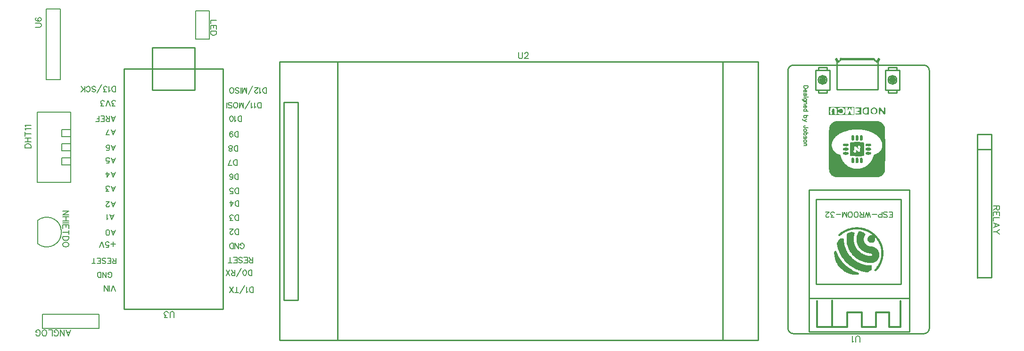
<source format=gto>
G04 Layer: TopSilkLayer*
G04 EasyEDA v6.4.17, 2021-03-15T19:29:33+07:00*
G04 1d297f51d7db443abc13b46094b112d6,e617fcbdf3ae42ba82bc49894c1518df,10*
G04 Gerber Generator version 0.2*
G04 Scale: 100 percent, Rotated: No, Reflected: No *
G04 Dimensions in millimeters *
G04 leading zeros omitted , absolute positions ,4 integer and 5 decimal *
%FSLAX45Y45*%
%MOMM*%

%ADD10C,0.2540*%
%ADD31C,0.2007*%
%ADD32C,0.2032*%
%ADD33C,0.2997*%
%ADD34C,0.2030*%
%ADD35C,0.1524*%
%ADD36C,0.1270*%

%LPD*%
G36*
X15016175Y2549906D02*
G01*
X15004338Y2549753D01*
X14992502Y2549296D01*
X14980716Y2548585D01*
X14963038Y2546959D01*
X14939518Y2543810D01*
X14927834Y2541778D01*
X14904567Y2536952D01*
X14881504Y2530957D01*
X14870074Y2527554D01*
X14858695Y2523845D01*
X14847417Y2519832D01*
X14836190Y2515565D01*
X14825065Y2511044D01*
X14813991Y2506218D01*
X14803018Y2501087D01*
X14792147Y2495702D01*
X14776094Y2487117D01*
X14765477Y2481021D01*
X14749830Y2471318D01*
X14739518Y2464511D01*
X14729358Y2457450D01*
X14719350Y2450084D01*
X14707717Y2441143D01*
X14697151Y2432710D01*
X14688870Y2425750D01*
X14683943Y2421178D01*
X14680184Y2416708D01*
X14679472Y2413203D01*
X14682266Y2408834D01*
X14689074Y2401824D01*
X14694001Y2397150D01*
X14698421Y2393340D01*
X14701875Y2390749D01*
X14703958Y2389835D01*
X14706549Y2391156D01*
X14711578Y2394762D01*
X14718284Y2400096D01*
X14730425Y2410409D01*
X14739569Y2417876D01*
X14749119Y2425141D01*
X14759025Y2432202D01*
X14769287Y2439060D01*
X14779853Y2445664D01*
X14790674Y2452014D01*
X14801799Y2458110D01*
X14818918Y2466746D01*
X14830602Y2472131D01*
X14842439Y2477262D01*
X14854478Y2482037D01*
X14866619Y2486507D01*
X14878862Y2490673D01*
X14891207Y2494483D01*
X14903602Y2497937D01*
X14916048Y2501036D01*
X14928494Y2503728D01*
X14938959Y2505659D01*
X14950186Y2507284D01*
X14962073Y2508656D01*
X14974366Y2509774D01*
X14987016Y2510586D01*
X14999919Y2511145D01*
X15012873Y2511450D01*
X15025776Y2511450D01*
X15038527Y2511196D01*
X15050973Y2510637D01*
X15063012Y2509824D01*
X15074442Y2508758D01*
X15085161Y2507386D01*
X15095067Y2505710D01*
X15108123Y2503017D01*
X15121178Y2499918D01*
X15134183Y2496464D01*
X15147086Y2492654D01*
X15159939Y2488488D01*
X15172639Y2484018D01*
X15185186Y2479192D01*
X15197531Y2474061D01*
X15209672Y2468676D01*
X15221559Y2462987D01*
X15233192Y2457043D01*
X15244521Y2450795D01*
X15255494Y2444394D01*
X15266111Y2437688D01*
X15276322Y2430830D01*
X15286126Y2423769D01*
X15295473Y2416505D01*
X15322143Y2393492D01*
X15306344Y2400655D01*
X15301061Y2402789D01*
X15295778Y2404516D01*
X15290495Y2405786D01*
X15285262Y2406599D01*
X15280081Y2407005D01*
X15274950Y2407056D01*
X15269921Y2406650D01*
X15264993Y2405938D01*
X15260116Y2404821D01*
X15255392Y2403398D01*
X15250820Y2401671D01*
X15246400Y2399639D01*
X15242082Y2397302D01*
X15234056Y2391816D01*
X15230348Y2388717D01*
X15226842Y2385364D01*
X15223591Y2381808D01*
X15220543Y2378049D01*
X15217749Y2374138D01*
X15215209Y2370074D01*
X15211044Y2361438D01*
X15209418Y2356967D01*
X15208148Y2352395D01*
X15207183Y2347722D01*
X15206522Y2342946D01*
X15206268Y2338171D01*
X15206421Y2333345D01*
X15206929Y2328468D01*
X15207843Y2323592D01*
X15209164Y2318766D01*
X15210942Y2313889D01*
X15213126Y2309114D01*
X15215819Y2304389D01*
X15218918Y2299716D01*
X15222728Y2294890D01*
X15226842Y2290521D01*
X15231160Y2286558D01*
X15235732Y2283002D01*
X15240558Y2279904D01*
X15245486Y2277160D01*
X15250617Y2274874D01*
X15255849Y2272995D01*
X15261234Y2271572D01*
X15266619Y2270506D01*
X15272105Y2269896D01*
X15277592Y2269693D01*
X15283129Y2269947D01*
X15288615Y2270556D01*
X15294051Y2271623D01*
X15299385Y2273096D01*
X15304617Y2274976D01*
X15309748Y2277313D01*
X15314726Y2280005D01*
X15319501Y2283155D01*
X15324074Y2286762D01*
X15328442Y2290724D01*
X15332557Y2295093D01*
X15336367Y2299919D01*
X15339415Y2304288D01*
X15341803Y2308199D01*
X15343682Y2311958D01*
X15345054Y2315718D01*
X15346019Y2319782D01*
X15346629Y2324354D01*
X15347035Y2335834D01*
X15346680Y2345690D01*
X15345460Y2354681D01*
X15343530Y2362504D01*
X15340787Y2368956D01*
X15334488Y2380843D01*
X15346324Y2369972D01*
X15352623Y2363368D01*
X15359278Y2355545D01*
X15366187Y2346756D01*
X15373299Y2337054D01*
X15380462Y2326640D01*
X15387624Y2315616D01*
X15394686Y2304186D01*
X15401594Y2292400D01*
X15408198Y2280513D01*
X15414447Y2268575D01*
X15420289Y2256790D01*
X15425521Y2245258D01*
X15430144Y2234184D01*
X15434310Y2223058D01*
X15438170Y2211171D01*
X15441726Y2198827D01*
X15444927Y2186076D01*
X15447772Y2172970D01*
X15450210Y2159609D01*
X15452344Y2146046D01*
X15454020Y2132330D01*
X15455392Y2118563D01*
X15456306Y2104745D01*
X15456865Y2091029D01*
X15457017Y2077466D01*
X15456763Y2064054D01*
X15456103Y2050948D01*
X15454985Y2038146D01*
X15453461Y2025751D01*
X15451480Y2013813D01*
X15449092Y2001824D01*
X15446298Y1989836D01*
X15443098Y1977847D01*
X15439440Y1965858D01*
X15435427Y1953869D01*
X15431058Y1941982D01*
X15426334Y1930146D01*
X15421254Y1918411D01*
X15415818Y1906828D01*
X15407132Y1889709D01*
X15400883Y1878533D01*
X15394381Y1867611D01*
X15387624Y1856892D01*
X15380563Y1846427D01*
X15373299Y1836267D01*
X15365730Y1826463D01*
X15357957Y1816912D01*
X15349931Y1807768D01*
X15341752Y1799031D01*
X15327985Y1784857D01*
X15346629Y1767484D01*
X15351353Y1763471D01*
X15354909Y1760829D01*
X15356840Y1759813D01*
X15359380Y1761642D01*
X15364510Y1766671D01*
X15371521Y1774037D01*
X15383967Y1788058D01*
X15392450Y1798167D01*
X15400578Y1808480D01*
X15408401Y1818893D01*
X15415869Y1829460D01*
X15426537Y1845564D01*
X15433192Y1856486D01*
X15439542Y1867560D01*
X15445536Y1878736D01*
X15451226Y1890064D01*
X15456611Y1901545D01*
X15461640Y1913128D01*
X15466313Y1924862D01*
X15470682Y1936750D01*
X15474746Y1948738D01*
X15478455Y1960880D01*
X15481807Y1973122D01*
X15484856Y1985467D01*
X15487548Y1997964D01*
X15489885Y2010613D01*
X15491561Y2021332D01*
X15492882Y2032609D01*
X15493949Y2044344D01*
X15494660Y2056434D01*
X15495269Y2075078D01*
X15495168Y2094077D01*
X15494762Y2106828D01*
X15493593Y2125827D01*
X15492476Y2138324D01*
X15491104Y2150567D01*
X15489428Y2162505D01*
X15487497Y2174036D01*
X15485313Y2185111D01*
X15482874Y2195626D01*
X15479877Y2206701D01*
X15476219Y2218740D01*
X15472308Y2230678D01*
X15468142Y2242413D01*
X15463621Y2253996D01*
X15458897Y2265375D01*
X15453868Y2276652D01*
X15448534Y2287727D01*
X15442946Y2298598D01*
X15437104Y2309317D01*
X15430957Y2319883D01*
X15424556Y2330246D01*
X15417901Y2340406D01*
X15410992Y2350363D01*
X15403830Y2360168D01*
X15396362Y2369769D01*
X15388691Y2379167D01*
X15380716Y2388362D01*
X15372537Y2397353D01*
X15364053Y2406142D01*
X15355366Y2414727D01*
X15346375Y2423109D01*
X15337180Y2431237D01*
X15327731Y2439212D01*
X15318028Y2446934D01*
X15308122Y2454452D01*
X15298013Y2461666D01*
X15287751Y2468626D01*
X15277388Y2475280D01*
X15266924Y2481630D01*
X15256306Y2487726D01*
X15245588Y2493568D01*
X15234767Y2499055D01*
X15212872Y2509266D01*
X15201747Y2513939D01*
X15184932Y2520391D01*
X15173604Y2524353D01*
X15162225Y2528011D01*
X15145054Y2532989D01*
X15133523Y2535936D01*
X15121940Y2538628D01*
X15110307Y2541016D01*
X15098623Y2543098D01*
X15086888Y2544927D01*
X15063419Y2547721D01*
X15039797Y2549398D01*
X15027960Y2549804D01*
G37*
G36*
X15064486Y2475992D02*
G01*
X15059355Y2475839D01*
X15055088Y2475026D01*
X15051532Y2473401D01*
X15048433Y2470912D01*
X15045639Y2467457D01*
X15042845Y2463038D01*
X15036647Y2450947D01*
X15031466Y2439720D01*
X15026843Y2428443D01*
X15022830Y2417013D01*
X15019324Y2405532D01*
X15016378Y2393950D01*
X15013990Y2382367D01*
X15012162Y2370683D01*
X15010892Y2358999D01*
X15010180Y2347315D01*
X15009977Y2335631D01*
X15010384Y2323998D01*
X15011298Y2312365D01*
X15012771Y2300782D01*
X15014803Y2289302D01*
X15017343Y2277821D01*
X15020493Y2266492D01*
X15024100Y2255266D01*
X15028316Y2244140D01*
X15033040Y2233168D01*
X15038273Y2222347D01*
X15044064Y2211730D01*
X15050414Y2201214D01*
X15057272Y2190953D01*
X15064638Y2180894D01*
X15071851Y2172055D01*
X15079573Y2163521D01*
X15087854Y2155291D01*
X15096642Y2147366D01*
X15105837Y2139746D01*
X15115489Y2132533D01*
X15125496Y2125675D01*
X15135860Y2119223D01*
X15146528Y2113229D01*
X15157450Y2107641D01*
X15168626Y2102510D01*
X15180005Y2097836D01*
X15191486Y2093722D01*
X15203169Y2090064D01*
X15214854Y2086965D01*
X15226639Y2084425D01*
X15238425Y2082495D01*
X15258846Y2080056D01*
X15266568Y2078532D01*
X15273274Y2076551D01*
X15278963Y2074164D01*
X15283688Y2071370D01*
X15287294Y2068169D01*
X15289885Y2064613D01*
X15291358Y2060752D01*
X15291714Y2056587D01*
X15290952Y2052116D01*
X15289022Y2047392D01*
X15285923Y2042414D01*
X15283942Y2039823D01*
X15281960Y2037892D01*
X15279522Y2036521D01*
X15276322Y2035708D01*
X15271953Y2035302D01*
X15257983Y2035708D01*
X15241676Y2036724D01*
X15229941Y2037943D01*
X15218257Y2039620D01*
X15206726Y2041753D01*
X15195245Y2044344D01*
X15183916Y2047392D01*
X15172740Y2050897D01*
X15161666Y2054809D01*
X15150744Y2059178D01*
X15139974Y2064004D01*
X15129357Y2069287D01*
X15118892Y2074976D01*
X15108631Y2081072D01*
X15098522Y2087625D01*
X15088616Y2094585D01*
X15078913Y2102002D01*
X15069413Y2109774D01*
X15060117Y2118004D01*
X15050922Y2126742D01*
X15042032Y2135886D01*
X15033650Y2145131D01*
X15025776Y2154580D01*
X15018410Y2164283D01*
X15011501Y2174290D01*
X15005050Y2184552D01*
X14998954Y2195220D01*
X14993264Y2206244D01*
X14987930Y2217724D01*
X14982951Y2229713D01*
X14978227Y2242210D01*
X14974011Y2254707D01*
X14970810Y2265629D01*
X14968474Y2276195D01*
X14966848Y2287625D01*
X14965680Y2301189D01*
X14964867Y2318105D01*
X14964257Y2337206D01*
X14964003Y2352852D01*
X14964257Y2366264D01*
X14965121Y2378303D01*
X14966696Y2389936D01*
X14969185Y2401976D01*
X14972588Y2415387D01*
X14979853Y2440076D01*
X14980310Y2442260D01*
X14980056Y2444191D01*
X14978938Y2446020D01*
X14976703Y2447848D01*
X14973147Y2449830D01*
X14968016Y2452116D01*
X14952319Y2458059D01*
X14922652Y2468829D01*
X14892477Y2459634D01*
X14873782Y2453081D01*
X14855799Y2446274D01*
X14844115Y2441295D01*
X14842388Y2440178D01*
X14837054Y2410460D01*
X14835479Y2400401D01*
X14834158Y2389174D01*
X14833142Y2377135D01*
X14832025Y2351227D01*
X14832076Y2324354D01*
X14832533Y2311095D01*
X14833295Y2298242D01*
X14834311Y2286000D01*
X14835682Y2274570D01*
X14837308Y2264156D01*
X14839696Y2251913D01*
X14842439Y2239721D01*
X14845588Y2227681D01*
X14849094Y2215743D01*
X14852954Y2203907D01*
X14857120Y2192172D01*
X14861692Y2180640D01*
X14866569Y2169210D01*
X14871801Y2157933D01*
X14877338Y2146808D01*
X14883231Y2135835D01*
X14889378Y2125065D01*
X14895880Y2114448D01*
X14902688Y2103983D01*
X14909800Y2093772D01*
X14917216Y2083714D01*
X14924887Y2073910D01*
X14932863Y2064308D01*
X14941092Y2054910D01*
X14949627Y2045716D01*
X14958415Y2036775D01*
X14967508Y2028088D01*
X14976805Y2019655D01*
X14986355Y2011476D01*
X14996160Y2003501D01*
X15006218Y1995881D01*
X15016530Y1988515D01*
X15027046Y1981403D01*
X15037765Y1974596D01*
X15048738Y1968093D01*
X15059913Y1961896D01*
X15071293Y1956003D01*
X15083129Y1950313D01*
X15095118Y1944979D01*
X15107208Y1939950D01*
X15119400Y1935276D01*
X15131643Y1930958D01*
X15143937Y1926996D01*
X15156281Y1923389D01*
X15168676Y1920138D01*
X15181021Y1917293D01*
X15193314Y1914804D01*
X15205557Y1912721D01*
X15217698Y1910994D01*
X15229738Y1909724D01*
X15241676Y1908810D01*
X15253462Y1908302D01*
X15265095Y1908200D01*
X15278709Y1908708D01*
X15292019Y1909724D01*
X15303500Y1911197D01*
X15311628Y1912924D01*
X15318028Y1915007D01*
X15330322Y1919833D01*
X15342006Y1925472D01*
X15352928Y1931924D01*
X15358160Y1935429D01*
X15368066Y1942998D01*
X15377210Y1951278D01*
X15385542Y1960270D01*
X15393111Y1969922D01*
X15396565Y1974951D01*
X15399816Y1980184D01*
X15405658Y1991004D01*
X15408249Y1996643D01*
X15412719Y2008327D01*
X15414650Y2014321D01*
X15416326Y2020468D01*
X15417749Y2026767D01*
X15418917Y2033117D01*
X15420492Y2045868D01*
X15421152Y2058009D01*
X15421152Y2063953D01*
X15420441Y2075586D01*
X15418816Y2086813D01*
X15417698Y2092299D01*
X15414751Y2103018D01*
X15410891Y2113381D01*
X15406116Y2123389D01*
X15400426Y2133041D01*
X15393822Y2142388D01*
X15386304Y2151380D01*
X15377871Y2160066D01*
X15368473Y2168499D01*
X15358770Y2176119D01*
X15348966Y2182723D01*
X15338907Y2188362D01*
X15333726Y2190851D01*
X15323007Y2195169D01*
X15311678Y2198725D01*
X15299537Y2201570D01*
X15286482Y2203754D01*
X15247264Y2209342D01*
X15242082Y2210257D01*
X15236850Y2211578D01*
X15231516Y2213254D01*
X15226182Y2215286D01*
X15215514Y2220315D01*
X15204998Y2226564D01*
X15194788Y2233828D01*
X15189860Y2237790D01*
X15180411Y2246376D01*
X15171724Y2255672D01*
X15167762Y2260498D01*
X15164003Y2265527D01*
X15160548Y2270607D01*
X15157348Y2275789D01*
X15154503Y2281072D01*
X15152166Y2286000D01*
X15148204Y2296312D01*
X15145257Y2307082D01*
X15144089Y2312619D01*
X15142514Y2323947D01*
X15141905Y2335377D01*
X15142210Y2346909D01*
X15143480Y2358390D01*
X15145613Y2369667D01*
X15147036Y2375204D01*
X15150541Y2385923D01*
X15154960Y2396185D01*
X15157500Y2401112D01*
X15163241Y2410409D01*
X15173960Y2425852D01*
X15157805Y2441702D01*
X15153081Y2445918D01*
X15148407Y2449677D01*
X15143683Y2453132D01*
X15138907Y2456180D01*
X15133980Y2458974D01*
X15128849Y2461412D01*
X15123464Y2463647D01*
X15117826Y2465628D01*
X15105380Y2469032D01*
X15087549Y2472639D01*
X15070785Y2475433D01*
G37*
G36*
X14714575Y2348738D02*
G01*
X14694966Y2325420D01*
X14687194Y2315413D01*
X14679269Y2304592D01*
X14672157Y2294229D01*
X14656003Y2268778D01*
X14661438Y2236571D01*
X14663674Y2224633D01*
X14668957Y2200910D01*
X14675205Y2177440D01*
X14678710Y2165756D01*
X14686432Y2142642D01*
X14690648Y2131212D01*
X14699792Y2108606D01*
X14709851Y2086305D01*
X14718030Y2069846D01*
X14723719Y2059025D01*
X14735810Y2037689D01*
X14745462Y2022043D01*
X14759076Y2001570D01*
X14773503Y1981657D01*
X14781022Y1971954D01*
X14796719Y1952904D01*
X14813330Y1934413D01*
X14830806Y1916582D01*
X14844420Y1903679D01*
X14858492Y1891131D01*
X14877897Y1875028D01*
X14898014Y1859686D01*
X14908326Y1852269D01*
X14929357Y1838096D01*
X14940076Y1831289D01*
X14956485Y1821484D01*
X14978735Y1809191D01*
X14995753Y1800504D01*
X15007234Y1794967D01*
X15024658Y1787143D01*
X15048179Y1777492D01*
X15066060Y1770888D01*
X15090140Y1762963D01*
X15102281Y1759356D01*
X15114473Y1756003D01*
X15138958Y1750060D01*
X15157450Y1746300D01*
X15186406Y1741271D01*
X15196566Y1739747D01*
X15201950Y1739188D01*
X15206116Y1740306D01*
X15213025Y1743405D01*
X15221712Y1747875D01*
X15236190Y1756511D01*
X15247061Y1763674D01*
X15257881Y1771192D01*
X15267432Y1778203D01*
X15276728Y1785670D01*
X15280843Y1789277D01*
X15283840Y1792478D01*
X15285872Y1795525D01*
X15287193Y1798777D01*
X15287904Y1802536D01*
X15288209Y1807210D01*
X15288107Y1821332D01*
X15286888Y1839518D01*
X15283738Y1863089D01*
X15250820Y1863140D01*
X15239695Y1863547D01*
X15228417Y1864258D01*
X15216987Y1865375D01*
X15205405Y1866849D01*
X15193721Y1868678D01*
X15181986Y1870862D01*
X15170099Y1873351D01*
X15158161Y1876196D01*
X15146172Y1879396D01*
X15134183Y1882902D01*
X15122144Y1886762D01*
X15110155Y1890877D01*
X15098166Y1895348D01*
X15086177Y1900123D01*
X15062454Y1910537D01*
X15050668Y1916175D01*
X15039035Y1922119D01*
X15027503Y1928317D01*
X15016124Y1934819D01*
X15004897Y1941575D01*
X14995296Y1947672D01*
X14986558Y1953818D01*
X14977262Y1960880D01*
X14967457Y1968804D01*
X14957298Y1977389D01*
X14946934Y1986534D01*
X14926259Y2005888D01*
X14916200Y2015794D01*
X14897455Y2035505D01*
X14889073Y2044954D01*
X14881453Y2053996D01*
X14874849Y2062480D01*
X14868296Y2071725D01*
X14861184Y2082393D01*
X14854326Y2093315D01*
X14847773Y2104339D01*
X14841524Y2115566D01*
X14835581Y2126894D01*
X14829942Y2138375D01*
X14824608Y2149957D01*
X14819579Y2161641D01*
X14814905Y2173427D01*
X14810536Y2185263D01*
X14806523Y2197150D01*
X14802866Y2209088D01*
X14799513Y2221077D01*
X14796566Y2233015D01*
X14793925Y2245004D01*
X14791690Y2256942D01*
X14789810Y2268829D01*
X14788286Y2280666D01*
X14787118Y2292502D01*
X14785289Y2323084D01*
X14784273Y2333752D01*
X14783511Y2337663D01*
X14782495Y2340762D01*
X14781174Y2343099D01*
X14779396Y2344826D01*
X14777110Y2346045D01*
X14774265Y2346807D01*
X14770760Y2347264D01*
G37*
G36*
X14637664Y2126538D02*
G01*
X14632279Y2125929D01*
X14625319Y2124202D01*
X14620036Y2122424D01*
X14616176Y2120239D01*
X14613534Y2117140D01*
X14611908Y2112873D01*
X14610994Y2106930D01*
X14610588Y2099056D01*
X14610588Y2082190D01*
X14611045Y2069134D01*
X14611959Y2056130D01*
X14613331Y2043125D01*
X14615109Y2030120D01*
X14617344Y2017217D01*
X14620036Y2004364D01*
X14623135Y1991614D01*
X14626691Y1978914D01*
X14630654Y1966315D01*
X14635022Y1953869D01*
X14639798Y1941575D01*
X14645030Y1929384D01*
X14650618Y1917395D01*
X14656612Y1905558D01*
X14663013Y1893925D01*
X14669820Y1882495D01*
X14676983Y1871268D01*
X14683638Y1861667D01*
X14690293Y1852980D01*
X14697963Y1843836D01*
X14706447Y1834286D01*
X14715540Y1824583D01*
X14725192Y1814830D01*
X14735098Y1805228D01*
X14745207Y1795932D01*
X14755266Y1787143D01*
X14765070Y1778965D01*
X14774570Y1771599D01*
X14783460Y1765198D01*
X14792909Y1759102D01*
X14803424Y1752803D01*
X14814092Y1746757D01*
X14824963Y1741068D01*
X14835936Y1735683D01*
X14847062Y1730603D01*
X14858339Y1725879D01*
X14869718Y1721408D01*
X14881250Y1717344D01*
X14892832Y1713585D01*
X14904567Y1710131D01*
X14916353Y1707032D01*
X14928240Y1704238D01*
X14940178Y1701800D01*
X14952218Y1699717D01*
X14964308Y1697989D01*
X14976398Y1696567D01*
X14988590Y1695500D01*
X15000782Y1694789D01*
X15013025Y1694434D01*
X15049195Y1694434D01*
X15056662Y1711909D01*
X15059558Y1719935D01*
X15059964Y1721916D01*
X15058339Y1723491D01*
X15053868Y1725879D01*
X15047213Y1728774D01*
X15027960Y1736140D01*
X15007437Y1744827D01*
X14979345Y1757680D01*
X14957145Y1768754D01*
X14935403Y1780641D01*
X14924735Y1786839D01*
X14908987Y1796491D01*
X14893544Y1806600D01*
X14883384Y1813509D01*
X14868448Y1824278D01*
X14849094Y1839163D01*
X14839594Y1846884D01*
X14825675Y1858721D01*
X14812111Y1870964D01*
X14798903Y1883562D01*
X14781885Y1900834D01*
X14765528Y1918766D01*
X14753691Y1932533D01*
X14738553Y1951431D01*
X14724126Y1970836D01*
X14710460Y1990801D01*
X14697557Y2011222D01*
X14691360Y2021636D01*
X14682469Y2037435D01*
X14671344Y2058924D01*
X14663521Y2075332D01*
X14653869Y2097532D01*
X14645792Y2116886D01*
X14641677Y2124100D01*
G37*
G36*
X14993315Y4460494D02*
G01*
X14912340Y4460290D01*
X14835632Y4459833D01*
X14773605Y4459173D01*
X14719706Y4458360D01*
X14676119Y4457344D01*
X14645081Y4456176D01*
X14635022Y4455464D01*
X14628926Y4454753D01*
X14622526Y4453026D01*
X14611756Y4449267D01*
X14601342Y4444695D01*
X14591334Y4439361D01*
X14581733Y4433265D01*
X14572640Y4426458D01*
X14564055Y4419041D01*
X14559940Y4415129D01*
X14552218Y4406798D01*
X14545106Y4397908D01*
X14538706Y4388561D01*
X14532965Y4378706D01*
X14527987Y4368444D01*
X14523821Y4357827D01*
X14522043Y4352391D01*
X14520316Y4345990D01*
X14519605Y4339894D01*
X14518284Y4316069D01*
X14517217Y4278528D01*
X14516303Y4229506D01*
X14515592Y4171238D01*
X14514742Y4029456D01*
X14566544Y4029456D01*
X14566595Y4035044D01*
X14567306Y4045051D01*
X14568373Y4053941D01*
X14569897Y4062729D01*
X14571878Y4071416D01*
X14574266Y4080001D01*
X14577009Y4088434D01*
X14580209Y4096816D01*
X14583816Y4105097D01*
X14587778Y4113225D01*
X14592147Y4121251D01*
X14596922Y4129125D01*
X14602002Y4136948D01*
X14607489Y4144568D01*
X14616328Y4155795D01*
X14622678Y4163110D01*
X14629384Y4170324D01*
X14636394Y4177334D01*
X14643709Y4184243D01*
X14651329Y4190949D01*
X14659254Y4197553D01*
X14667534Y4204004D01*
X14676018Y4210253D01*
X14684857Y4216349D01*
X14693950Y4222292D01*
X14703298Y4228084D01*
X14712899Y4233672D01*
X14722805Y4239107D01*
X14743277Y4249420D01*
X14753844Y4254296D01*
X14775688Y4263491D01*
X14798344Y4271873D01*
X14809978Y4275785D01*
X14833803Y4282948D01*
X14858288Y4289298D01*
X14877084Y4293463D01*
X14902637Y4298238D01*
X14915591Y4300270D01*
X14935301Y4302912D01*
X14961920Y4305554D01*
X14988946Y4307230D01*
X15002611Y4307687D01*
X15016327Y4307890D01*
X15043962Y4307535D01*
X15057882Y4306976D01*
X15085822Y4304995D01*
X15106853Y4302810D01*
X15127884Y4299966D01*
X15141956Y4297730D01*
X15156434Y4295089D01*
X15177719Y4290669D01*
X15191536Y4287367D01*
X15205100Y4283862D01*
X15218460Y4280052D01*
X15231465Y4276039D01*
X15244267Y4271772D01*
X15256713Y4267250D01*
X15268905Y4262526D01*
X15280843Y4257598D01*
X15292425Y4252417D01*
X15303703Y4247083D01*
X15314726Y4241495D01*
X15325394Y4235754D01*
X15335707Y4229760D01*
X15345765Y4223613D01*
X15355417Y4217314D01*
X15364764Y4210812D01*
X15373807Y4204157D01*
X15382443Y4197350D01*
X15390774Y4190390D01*
X15398699Y4183227D01*
X15406319Y4175963D01*
X15413532Y4168546D01*
X15420340Y4161028D01*
X15426842Y4153357D01*
X15432887Y4145584D01*
X15438577Y4137710D01*
X15443860Y4129684D01*
X15448788Y4121556D01*
X15453258Y4113377D01*
X15457322Y4105097D01*
X15460980Y4096715D01*
X15464231Y4088231D01*
X15467025Y4079748D01*
X15469362Y4071112D01*
X15471292Y4062476D01*
X15472816Y4053789D01*
X15473832Y4045000D01*
X15474391Y4036212D01*
X15474543Y4027373D01*
X15474188Y4018483D01*
X15473375Y4009593D01*
X15472054Y4000703D01*
X15470276Y3991762D01*
X15468041Y3982821D01*
X15465298Y3973880D01*
X15461996Y3964990D01*
X15458287Y3956050D01*
X15453563Y3946398D01*
X15450566Y3941216D01*
X15443707Y3930954D01*
X15435732Y3920947D01*
X15431414Y3916019D01*
X15422067Y3906570D01*
X15412008Y3897528D01*
X15401391Y3889146D01*
X15390266Y3881526D01*
X15384627Y3877970D01*
X15373096Y3871620D01*
X15361513Y3866286D01*
X15355773Y3864000D01*
X15349982Y3862019D01*
X15329154Y3856736D01*
X15323312Y3854348D01*
X15320060Y3851148D01*
X15318435Y3846626D01*
X15315692Y3834942D01*
X15312542Y3823462D01*
X15308986Y3812235D01*
X15305074Y3801160D01*
X15298521Y3785057D01*
X15293644Y3774592D01*
X15288513Y3764381D01*
X15282976Y3754424D01*
X15277134Y3744722D01*
X15270988Y3735273D01*
X15264485Y3726078D01*
X15257729Y3717188D01*
X15250668Y3708552D01*
X15243301Y3700221D01*
X15235682Y3692194D01*
X15227807Y3684422D01*
X15219680Y3676954D01*
X15211298Y3669842D01*
X15202712Y3663035D01*
X15193873Y3656533D01*
X15184831Y3650335D01*
X15175585Y3644493D01*
X15166136Y3639007D01*
X15156484Y3633825D01*
X15146680Y3629050D01*
X15136672Y3624579D01*
X15126563Y3620465D01*
X15116251Y3616756D01*
X15105837Y3613404D01*
X15095270Y3610457D01*
X15084602Y3607866D01*
X15073833Y3605682D01*
X15062911Y3603904D01*
X15051938Y3602532D01*
X15040863Y3601567D01*
X15029738Y3601008D01*
X15018562Y3600907D01*
X15007285Y3601212D01*
X14996007Y3601923D01*
X14984679Y3603091D01*
X14973300Y3604717D01*
X14961920Y3606800D01*
X14950541Y3609340D01*
X14938908Y3612438D01*
X14927122Y3616045D01*
X14915540Y3620109D01*
X14904212Y3624630D01*
X14893137Y3629558D01*
X14882266Y3634943D01*
X14871700Y3640734D01*
X14861387Y3646881D01*
X14851329Y3653485D01*
X14841524Y3660444D01*
X14832076Y3667760D01*
X14822881Y3675481D01*
X14814042Y3683508D01*
X14805456Y3691940D01*
X14797278Y3700678D01*
X14789353Y3709720D01*
X14781834Y3719118D01*
X14774672Y3728770D01*
X14767813Y3738778D01*
X14761413Y3749040D01*
X14755317Y3759606D01*
X14749627Y3770426D01*
X14744395Y3781501D01*
X14739518Y3792829D01*
X14735048Y3804412D01*
X14731034Y3816197D01*
X14727478Y3828186D01*
X14722906Y3846626D01*
X14721281Y3851148D01*
X14718030Y3854297D01*
X14712188Y3856736D01*
X14697303Y3860292D01*
X14686686Y3863340D01*
X14676323Y3867200D01*
X14666264Y3871772D01*
X14656511Y3877056D01*
X14647113Y3882948D01*
X14638070Y3889501D01*
X14629434Y3896614D01*
X14621256Y3904234D01*
X14613483Y3912412D01*
X14606219Y3920998D01*
X14599462Y3930040D01*
X14593265Y3939438D01*
X14587626Y3949192D01*
X14582597Y3959250D01*
X14578228Y3969562D01*
X14574469Y3980129D01*
X14571421Y3990898D01*
X14569084Y4001770D01*
X14567458Y4012793D01*
X14566646Y4023918D01*
X14566544Y4029456D01*
X14514742Y4029456D01*
X14514677Y3908704D01*
X14514931Y3828389D01*
X14515388Y3761079D01*
X14516049Y3699916D01*
X14516862Y3647186D01*
X14517928Y3605072D01*
X14519148Y3575812D01*
X14519808Y3566718D01*
X14520570Y3561638D01*
X14522094Y3556152D01*
X14525853Y3545382D01*
X14530425Y3534918D01*
X14535759Y3524910D01*
X14541855Y3515309D01*
X14548612Y3506215D01*
X14556079Y3497630D01*
X14559991Y3493515D01*
X14568322Y3485794D01*
X14577212Y3478682D01*
X14586559Y3472281D01*
X14596414Y3466541D01*
X14606676Y3461562D01*
X14617293Y3457397D01*
X14622729Y3455619D01*
X14629079Y3453892D01*
X14635124Y3453180D01*
X14658898Y3451961D01*
X14696490Y3450894D01*
X14745665Y3450031D01*
X14804085Y3449320D01*
X14948865Y3448558D01*
X15085720Y3448558D01*
X15231618Y3449370D01*
X15291003Y3450082D01*
X15341346Y3450945D01*
X15380360Y3452012D01*
X15405862Y3453231D01*
X15412872Y3453942D01*
X15414751Y3454298D01*
X15425470Y3457651D01*
X15430703Y3459632D01*
X15440913Y3464255D01*
X15450769Y3469640D01*
X15460218Y3475786D01*
X15469209Y3482594D01*
X15477693Y3490061D01*
X15485668Y3498087D01*
X15492984Y3506673D01*
X15499689Y3515817D01*
X15502839Y3520541D01*
X15508478Y3530346D01*
X15511068Y3535375D01*
X15515590Y3545738D01*
X15517571Y3551021D01*
X15520822Y3561842D01*
X15521584Y3566871D01*
X15522905Y3588816D01*
X15524022Y3624783D01*
X15524937Y3672484D01*
X15526207Y3794201D01*
X15526562Y3863746D01*
X15526664Y3981754D01*
X15526461Y4071467D01*
X15525394Y4201414D01*
X15524632Y4255363D01*
X15523616Y4298899D01*
X15522397Y4329887D01*
X15521736Y4339945D01*
X15521025Y4345990D01*
X15519298Y4352391D01*
X15515539Y4363212D01*
X15510967Y4373626D01*
X15505633Y4383684D01*
X15499537Y4393285D01*
X15492780Y4402429D01*
X15485363Y4411014D01*
X15477337Y4419041D01*
X15468752Y4426458D01*
X15459608Y4433265D01*
X15450057Y4439361D01*
X15439999Y4444695D01*
X15429585Y4449267D01*
X15418816Y4453026D01*
X15412415Y4454753D01*
X15406319Y4455464D01*
X15396260Y4456176D01*
X15365272Y4457344D01*
X15321686Y4458360D01*
X15267736Y4459173D01*
X15205710Y4459833D01*
X15137790Y4460240D01*
G37*
G36*
X14944851Y4207052D02*
G01*
X14940381Y4206798D01*
X14936419Y4205935D01*
X14932964Y4204462D01*
X14929916Y4202379D01*
X14927326Y4199534D01*
X14925141Y4195978D01*
X14923363Y4191609D01*
X14921941Y4186428D01*
X14920925Y4180382D01*
X14920163Y4173372D01*
X14919756Y4165447D01*
X14919604Y4156506D01*
X14919756Y4147565D01*
X14920163Y4139641D01*
X14920925Y4132681D01*
X14921941Y4126636D01*
X14923363Y4121454D01*
X14925141Y4117086D01*
X14927326Y4113479D01*
X14929916Y4110685D01*
X14932964Y4108551D01*
X14936419Y4107078D01*
X14940381Y4106265D01*
X14944851Y4105960D01*
X14948916Y4106621D01*
X14953437Y4108399D01*
X14957958Y4111040D01*
X14961869Y4114241D01*
X14964460Y4116984D01*
X14966391Y4119676D01*
X14967864Y4122674D01*
X14968880Y4126433D01*
X14969540Y4131310D01*
X14969947Y4137660D01*
X14970150Y4156506D01*
X14969998Y4165447D01*
X14969591Y4173372D01*
X14968829Y4180382D01*
X14967762Y4186428D01*
X14966391Y4191609D01*
X14964613Y4195978D01*
X14962428Y4199534D01*
X14959838Y4202379D01*
X14956790Y4204462D01*
X14953284Y4205935D01*
X14949322Y4206798D01*
G37*
G36*
X15020696Y4207052D02*
G01*
X15015819Y4206849D01*
X15011552Y4206240D01*
X15007894Y4205071D01*
X15004846Y4203242D01*
X15002306Y4200753D01*
X15000224Y4197502D01*
X14998547Y4193336D01*
X14997328Y4188206D01*
X14996413Y4182059D01*
X14995855Y4174794D01*
X14995499Y4166311D01*
X14995499Y4146753D01*
X14995855Y4138269D01*
X14996413Y4131005D01*
X14997328Y4124858D01*
X14998547Y4119727D01*
X15000224Y4115562D01*
X15002306Y4112260D01*
X15004846Y4109770D01*
X15007894Y4107992D01*
X15011552Y4106824D01*
X15015819Y4106164D01*
X15020696Y4105960D01*
X15024963Y4106468D01*
X15029637Y4107891D01*
X15034158Y4109923D01*
X15037968Y4112412D01*
X15040457Y4114596D01*
X15042388Y4116882D01*
X15043810Y4119676D01*
X15044775Y4123436D01*
X15045385Y4128566D01*
X15045740Y4135526D01*
X15045944Y4156506D01*
X15045537Y4174794D01*
X15044928Y4182059D01*
X15044013Y4188206D01*
X15042794Y4193336D01*
X15041168Y4197502D01*
X15039086Y4200753D01*
X15036546Y4203242D01*
X15033447Y4205071D01*
X15029789Y4206240D01*
X15025573Y4206849D01*
G37*
G36*
X15096490Y4207052D02*
G01*
X15092019Y4206798D01*
X15088057Y4205935D01*
X15084551Y4204462D01*
X15081504Y4202379D01*
X15078913Y4199534D01*
X15076779Y4195978D01*
X15074950Y4191609D01*
X15073579Y4186428D01*
X15072512Y4180382D01*
X15071750Y4173372D01*
X15071344Y4165447D01*
X15071191Y4156506D01*
X15071344Y4147565D01*
X15071750Y4139641D01*
X15072512Y4132681D01*
X15073579Y4126636D01*
X15074950Y4121454D01*
X15076779Y4117086D01*
X15078913Y4113479D01*
X15081504Y4110685D01*
X15084551Y4108551D01*
X15088057Y4107078D01*
X15092019Y4106265D01*
X15096490Y4105960D01*
X15100503Y4106621D01*
X15105075Y4108399D01*
X15109596Y4111040D01*
X15113457Y4114241D01*
X15116048Y4116984D01*
X15118029Y4119676D01*
X15119451Y4122674D01*
X15120518Y4126433D01*
X15121178Y4131310D01*
X15121534Y4137660D01*
X15121737Y4156506D01*
X15121636Y4165447D01*
X15121178Y4173372D01*
X15120467Y4180382D01*
X15119400Y4186428D01*
X15117978Y4191609D01*
X15116200Y4195978D01*
X15114016Y4199534D01*
X15111425Y4202379D01*
X15108377Y4204462D01*
X15104922Y4205935D01*
X15100960Y4206798D01*
G37*
G36*
X15020696Y4081627D02*
G01*
X14986406Y4081322D01*
X14954656Y4080510D01*
X14928037Y4079138D01*
X14917470Y4078224D01*
X14909088Y4077157D01*
X14903297Y4075988D01*
X14901468Y4075379D01*
X14900351Y4074668D01*
X14899690Y4073601D01*
X14899030Y4071772D01*
X14897862Y4065930D01*
X14896846Y4057599D01*
X14895931Y4046982D01*
X14894560Y4020362D01*
X14893696Y3988663D01*
X14893442Y3945686D01*
X14893748Y3917238D01*
X14957806Y3917238D01*
X14958212Y3921506D01*
X14959584Y3925773D01*
X14961971Y3930091D01*
X14966543Y3936136D01*
X14967559Y3938625D01*
X14968372Y3941876D01*
X14969032Y3945991D01*
X14969896Y3957015D01*
X14970150Y3972306D01*
X14970150Y4004868D01*
X14986812Y4004716D01*
X14990368Y4004157D01*
X14993772Y4002938D01*
X14997379Y4000957D01*
X15001443Y3997960D01*
X15011958Y3988308D01*
X15028265Y3972153D01*
X15036292Y3964635D01*
X15042134Y3959555D01*
X15045029Y3957726D01*
X15047366Y3959250D01*
X15047315Y3963365D01*
X15045080Y3969054D01*
X15037663Y3980383D01*
X15035580Y3985260D01*
X15034513Y3990086D01*
X15034412Y3994759D01*
X15035123Y3999229D01*
X15036647Y4003344D01*
X15038832Y4007053D01*
X15041626Y4010304D01*
X15044928Y4012946D01*
X15048636Y4014978D01*
X15052700Y4016248D01*
X15056967Y4016705D01*
X15061438Y4016248D01*
X15065959Y4014774D01*
X15070429Y4012234D01*
X15074849Y4008526D01*
X15078557Y4004310D01*
X15081250Y4000042D01*
X15082926Y3995826D01*
X15083536Y3991559D01*
X15083180Y3987292D01*
X15081808Y3982974D01*
X15079421Y3978656D01*
X15074798Y3972509D01*
X15073782Y3970070D01*
X15072969Y3966819D01*
X15072309Y3962704D01*
X15071445Y3951630D01*
X15071191Y3936390D01*
X15071191Y3903776D01*
X15054529Y3903929D01*
X15050973Y3904538D01*
X15047569Y3905758D01*
X15043962Y3907739D01*
X15039949Y3910736D01*
X15035174Y3914901D01*
X15013076Y3936542D01*
X15005050Y3944061D01*
X14999207Y3949141D01*
X14996363Y3950970D01*
X14994026Y3949446D01*
X14994026Y3945331D01*
X14996261Y3939641D01*
X15003475Y3928618D01*
X15005507Y3923842D01*
X15006624Y3919067D01*
X15006777Y3914343D01*
X15006116Y3909822D01*
X15004592Y3905504D01*
X15002306Y3901592D01*
X14999309Y3898087D01*
X14995601Y3895140D01*
X14991232Y3892804D01*
X14986304Y3891279D01*
X14980818Y3890518D01*
X14978278Y3891279D01*
X14974671Y3893362D01*
X14970455Y3896563D01*
X14966188Y3900525D01*
X14962581Y3904640D01*
X14959990Y3908806D01*
X14958415Y3912971D01*
X14957806Y3917238D01*
X14893748Y3917238D01*
X14894509Y3888333D01*
X14895931Y3861663D01*
X14896795Y3851097D01*
X14897862Y3842715D01*
X14899030Y3836924D01*
X14899690Y3835095D01*
X14900351Y3833977D01*
X14901367Y3833418D01*
X14906091Y3832351D01*
X14913965Y3831336D01*
X14937587Y3829558D01*
X14968982Y3828135D01*
X15004846Y3827068D01*
X15041829Y3826560D01*
X15068346Y3826459D01*
X15099385Y3826916D01*
X15112136Y3827322D01*
X15122499Y3827983D01*
X15130068Y3828745D01*
X15134437Y3829710D01*
X15138095Y3831640D01*
X15139720Y3832860D01*
X15141143Y3834434D01*
X15142413Y3836314D01*
X15143530Y3838651D01*
X15144496Y3841546D01*
X15146070Y3849115D01*
X15147137Y3859682D01*
X15147848Y3873804D01*
X15148204Y3892092D01*
X15148102Y3943451D01*
X15147594Y3998772D01*
X15146934Y4034891D01*
X15145918Y4056786D01*
X15145207Y4063593D01*
X15144292Y4068419D01*
X15143175Y4071620D01*
X15141803Y4073855D01*
X15140990Y4074718D01*
X15139924Y4075379D01*
X15138095Y4076039D01*
X15132253Y4077208D01*
X15123922Y4078224D01*
X15113304Y4079138D01*
X15086685Y4080510D01*
X15054935Y4081322D01*
G37*
G36*
X14818512Y4055414D02*
G01*
X14809571Y4055313D01*
X14801646Y4054856D01*
X14794687Y4054144D01*
X14788642Y4053078D01*
X14783460Y4051655D01*
X14779091Y4049877D01*
X14775535Y4047693D01*
X14772690Y4045102D01*
X14770607Y4042105D01*
X14769134Y4038600D01*
X14768271Y4034637D01*
X14768017Y4030167D01*
X14768271Y4025696D01*
X14769134Y4021734D01*
X14770607Y4018229D01*
X14772690Y4015181D01*
X14775535Y4012590D01*
X14779091Y4010456D01*
X14783460Y4008628D01*
X14788642Y4007256D01*
X14794687Y4006189D01*
X14801646Y4005427D01*
X14809571Y4005021D01*
X14829129Y4004919D01*
X14837410Y4005072D01*
X14843760Y4005478D01*
X14848636Y4006138D01*
X14852396Y4007154D01*
X14855393Y4008628D01*
X14858085Y4010609D01*
X14860778Y4013149D01*
X14863978Y4017060D01*
X14866619Y4021582D01*
X14868398Y4026103D01*
X14869058Y4030167D01*
X14868804Y4034637D01*
X14867940Y4038600D01*
X14866467Y4042105D01*
X14864384Y4045102D01*
X14861540Y4047693D01*
X14857984Y4049877D01*
X14853615Y4051655D01*
X14848433Y4053078D01*
X14842388Y4054144D01*
X14835378Y4054856D01*
X14827453Y4055313D01*
G37*
G36*
X15222829Y4055414D02*
G01*
X15213888Y4055313D01*
X15205963Y4054856D01*
X15198953Y4054144D01*
X15192908Y4053078D01*
X15187726Y4051655D01*
X15183357Y4049877D01*
X15179801Y4047693D01*
X15176957Y4045102D01*
X15174874Y4042105D01*
X15173401Y4038600D01*
X15172537Y4034637D01*
X15172283Y4030167D01*
X15172537Y4025696D01*
X15173401Y4021734D01*
X15174874Y4018229D01*
X15176957Y4015181D01*
X15179801Y4012590D01*
X15183357Y4010456D01*
X15187726Y4008628D01*
X15192908Y4007256D01*
X15198953Y4006189D01*
X15205963Y4005427D01*
X15213888Y4005021D01*
X15233396Y4004919D01*
X15241676Y4005072D01*
X15248026Y4005478D01*
X15252903Y4006138D01*
X15256662Y4007154D01*
X15259659Y4008628D01*
X15262351Y4010609D01*
X15265095Y4013149D01*
X15268295Y4017060D01*
X15270937Y4021582D01*
X15272664Y4026103D01*
X15273324Y4030167D01*
X15273070Y4034637D01*
X15272207Y4038600D01*
X15270734Y4042105D01*
X15268651Y4045102D01*
X15265806Y4047693D01*
X15262250Y4049877D01*
X15257881Y4051655D01*
X15252700Y4053078D01*
X15246654Y4054144D01*
X15239695Y4054856D01*
X15231770Y4055313D01*
G37*
G36*
X14822779Y3980738D02*
G01*
X14805406Y3980230D01*
X14797836Y3979621D01*
X14791334Y3978808D01*
X14785746Y3977741D01*
X14781072Y3976319D01*
X14777212Y3974541D01*
X14774113Y3972356D01*
X14771776Y3969765D01*
X14769998Y3966667D01*
X14768880Y3963111D01*
X14768220Y3958996D01*
X14768017Y3954322D01*
X14768220Y3949649D01*
X14768880Y3945534D01*
X14769998Y3941978D01*
X14771776Y3938930D01*
X14774113Y3936339D01*
X14777212Y3934155D01*
X14781072Y3932377D01*
X14785746Y3930954D01*
X14791334Y3929887D01*
X14797836Y3929075D01*
X14805406Y3928465D01*
X14822017Y3927957D01*
X14835530Y3928160D01*
X14841067Y3928465D01*
X14845842Y3928973D01*
X14849805Y3929684D01*
X14853056Y3930548D01*
X14855545Y3931564D01*
X14859304Y3934053D01*
X14862505Y3937203D01*
X14865045Y3940962D01*
X14866975Y3945128D01*
X14868194Y3949547D01*
X14868651Y3954221D01*
X14868296Y3958894D01*
X14867128Y3963517D01*
X14865705Y3966972D01*
X14863978Y3969969D01*
X14861895Y3972509D01*
X14859355Y3974693D01*
X14856256Y3976522D01*
X14852599Y3977944D01*
X14848281Y3979062D01*
X14843201Y3979875D01*
X14837308Y3980434D01*
G37*
G36*
X15227046Y3980738D02*
G01*
X15209672Y3980230D01*
X15202103Y3979621D01*
X15195600Y3978808D01*
X15190012Y3977741D01*
X15185339Y3976319D01*
X15181478Y3974541D01*
X15178379Y3972356D01*
X15176042Y3969765D01*
X15174264Y3966667D01*
X15173147Y3963111D01*
X15172486Y3958996D01*
X15172283Y3954322D01*
X15172486Y3949649D01*
X15173147Y3945534D01*
X15174264Y3941978D01*
X15176042Y3938930D01*
X15178379Y3936339D01*
X15181478Y3934155D01*
X15185339Y3932377D01*
X15190012Y3930954D01*
X15195600Y3929887D01*
X15202103Y3929075D01*
X15209672Y3928465D01*
X15226284Y3927957D01*
X15239796Y3928160D01*
X15245334Y3928465D01*
X15250109Y3928973D01*
X15254122Y3929684D01*
X15257322Y3930548D01*
X15259812Y3931564D01*
X15263571Y3934053D01*
X15266771Y3937203D01*
X15269362Y3940962D01*
X15271242Y3945128D01*
X15272461Y3949547D01*
X15272918Y3954221D01*
X15272562Y3958894D01*
X15271394Y3963517D01*
X15269972Y3966972D01*
X15268244Y3969969D01*
X15266162Y3972509D01*
X15263622Y3974693D01*
X15260523Y3976522D01*
X15256865Y3977944D01*
X15252547Y3979062D01*
X15247467Y3979875D01*
X15241574Y3980434D01*
G37*
G36*
X14818512Y3903776D02*
G01*
X14799665Y3903573D01*
X14793315Y3903218D01*
X14788438Y3902557D01*
X14784679Y3901541D01*
X14781682Y3900068D01*
X14778990Y3898087D01*
X14776246Y3895547D01*
X14772792Y3891483D01*
X14770354Y3887266D01*
X14768880Y3882898D01*
X14768372Y3878529D01*
X14768880Y3874160D01*
X14770354Y3869791D01*
X14772792Y3865575D01*
X14776246Y3861511D01*
X14779142Y3859326D01*
X14783003Y3857396D01*
X14787676Y3855770D01*
X14793010Y3854450D01*
X14798903Y3853434D01*
X14805202Y3852672D01*
X14811806Y3852265D01*
X14818512Y3852113D01*
X14825268Y3852265D01*
X14831822Y3852672D01*
X14838172Y3853434D01*
X14844064Y3854450D01*
X14849398Y3855770D01*
X14854072Y3857396D01*
X14857933Y3859326D01*
X14860778Y3861511D01*
X14863978Y3865422D01*
X14866619Y3869944D01*
X14868398Y3874465D01*
X14869058Y3878529D01*
X14868804Y3882999D01*
X14867940Y3886962D01*
X14866467Y3890467D01*
X14864384Y3893464D01*
X14861540Y3896055D01*
X14857984Y3898239D01*
X14853615Y3900017D01*
X14848433Y3901440D01*
X14842388Y3902506D01*
X14835378Y3903218D01*
X14827453Y3903675D01*
G37*
G36*
X15222829Y3903776D02*
G01*
X15203982Y3903573D01*
X15197582Y3903218D01*
X15192705Y3902557D01*
X15188946Y3901541D01*
X15185948Y3900068D01*
X15183256Y3898087D01*
X15180563Y3895547D01*
X15177109Y3891483D01*
X15174620Y3887266D01*
X15173147Y3882898D01*
X15172639Y3878529D01*
X15173147Y3874160D01*
X15174620Y3869791D01*
X15177109Y3865575D01*
X15180563Y3861511D01*
X15183459Y3859326D01*
X15187269Y3857396D01*
X15191943Y3855770D01*
X15197277Y3854450D01*
X15203220Y3853434D01*
X15209519Y3852672D01*
X15216073Y3852265D01*
X15222829Y3852113D01*
X15229535Y3852265D01*
X15236139Y3852672D01*
X15242438Y3853434D01*
X15248331Y3854450D01*
X15253716Y3855770D01*
X15258338Y3857396D01*
X15262199Y3859326D01*
X15265095Y3861511D01*
X15268295Y3865422D01*
X15270937Y3869944D01*
X15272664Y3874465D01*
X15273324Y3878529D01*
X15273070Y3882999D01*
X15272207Y3886962D01*
X15270734Y3890467D01*
X15268651Y3893464D01*
X15265806Y3896055D01*
X15262250Y3898239D01*
X15257881Y3900017D01*
X15252700Y3901440D01*
X15246654Y3902506D01*
X15239695Y3903218D01*
X15231770Y3903675D01*
G37*
G36*
X14944851Y3802735D02*
G01*
X14940381Y3802430D01*
X14936419Y3801618D01*
X14932964Y3800144D01*
X14929916Y3798011D01*
X14927326Y3795217D01*
X14925141Y3791610D01*
X14923363Y3787292D01*
X14921941Y3782060D01*
X14920925Y3776014D01*
X14920163Y3769055D01*
X14919756Y3761130D01*
X14919604Y3752189D01*
X14919756Y3743248D01*
X14920163Y3735324D01*
X14920925Y3728313D01*
X14921941Y3722268D01*
X14923363Y3717086D01*
X14925141Y3712718D01*
X14927326Y3709162D01*
X14929916Y3706317D01*
X14932964Y3704234D01*
X14936419Y3702761D01*
X14940381Y3701897D01*
X14944851Y3701643D01*
X14948916Y3702304D01*
X14953437Y3704031D01*
X14957958Y3706672D01*
X14961869Y3709873D01*
X14964460Y3712616D01*
X14966391Y3715308D01*
X14967864Y3718306D01*
X14968880Y3722065D01*
X14969540Y3726942D01*
X14969947Y3733292D01*
X14970150Y3752189D01*
X14969998Y3761130D01*
X14969591Y3769055D01*
X14968829Y3776014D01*
X14967762Y3782060D01*
X14966391Y3787292D01*
X14964613Y3791610D01*
X14962428Y3795217D01*
X14959838Y3798011D01*
X14956790Y3800144D01*
X14953284Y3801618D01*
X14949322Y3802430D01*
G37*
G36*
X15020696Y3802735D02*
G01*
X15015819Y3802532D01*
X15011552Y3801872D01*
X15007894Y3800703D01*
X15004846Y3798925D01*
X15002306Y3796436D01*
X15000224Y3793134D01*
X14998547Y3788968D01*
X14997328Y3783888D01*
X14996413Y3777691D01*
X14995855Y3770426D01*
X14995499Y3761943D01*
X14995499Y3742385D01*
X14995855Y3733901D01*
X14996413Y3726637D01*
X14997328Y3720490D01*
X14998547Y3715359D01*
X15000224Y3711194D01*
X15002306Y3707942D01*
X15004846Y3705453D01*
X15007894Y3703624D01*
X15011552Y3702456D01*
X15015819Y3701846D01*
X15020696Y3701643D01*
X15024963Y3702151D01*
X15029637Y3703523D01*
X15034158Y3705555D01*
X15037968Y3708044D01*
X15040457Y3710228D01*
X15042388Y3712514D01*
X15043810Y3715308D01*
X15044775Y3719068D01*
X15045385Y3724198D01*
X15045740Y3731158D01*
X15045944Y3752189D01*
X15045537Y3770426D01*
X15044928Y3777691D01*
X15044013Y3783888D01*
X15042794Y3788968D01*
X15041168Y3793134D01*
X15039086Y3796436D01*
X15036546Y3798925D01*
X15033447Y3800703D01*
X15029789Y3801872D01*
X15025573Y3802532D01*
G37*
G36*
X15096490Y3802735D02*
G01*
X15092019Y3802430D01*
X15088057Y3801618D01*
X15084551Y3800144D01*
X15081504Y3798011D01*
X15078913Y3795217D01*
X15076779Y3791610D01*
X15074950Y3787292D01*
X15073579Y3782060D01*
X15072512Y3776014D01*
X15071750Y3769055D01*
X15071344Y3761130D01*
X15071191Y3752189D01*
X15071344Y3743248D01*
X15071750Y3735324D01*
X15072512Y3728313D01*
X15073579Y3722268D01*
X15074950Y3717086D01*
X15076779Y3712718D01*
X15078913Y3709162D01*
X15081504Y3706317D01*
X15084551Y3704234D01*
X15088057Y3702761D01*
X15092019Y3701897D01*
X15096490Y3701643D01*
X15100503Y3702304D01*
X15105075Y3704031D01*
X15109596Y3706672D01*
X15113457Y3709873D01*
X15116048Y3712616D01*
X15118029Y3715308D01*
X15119451Y3718306D01*
X15120518Y3722065D01*
X15121178Y3726942D01*
X15121534Y3733292D01*
X15121737Y3752189D01*
X15121636Y3761130D01*
X15121178Y3769055D01*
X15120467Y3776014D01*
X15119400Y3782060D01*
X15117978Y3787292D01*
X15116200Y3791610D01*
X15114016Y3795217D01*
X15111425Y3798011D01*
X15108377Y3800144D01*
X15104922Y3801618D01*
X15100960Y3802430D01*
G37*
G36*
X14514474Y4711801D02*
G01*
X14514474Y4630978D01*
X14534591Y4630978D01*
X14534743Y4643780D01*
X14535810Y4656429D01*
X14537740Y4668316D01*
X14539061Y4673854D01*
X14540636Y4679035D01*
X14542414Y4683760D01*
X14544446Y4688027D01*
X14546732Y4691735D01*
X14548916Y4694123D01*
X14551863Y4696206D01*
X14555571Y4697984D01*
X14559889Y4699508D01*
X14564766Y4700727D01*
X14570049Y4701692D01*
X14575790Y4702403D01*
X14587931Y4703013D01*
X14595074Y4702860D01*
X14839391Y4702759D01*
X14844979Y4702200D01*
X14848992Y4700879D01*
X14851634Y4698593D01*
X14853107Y4695037D01*
X14853666Y4689906D01*
X14853361Y4682947D01*
X14849500Y4644948D01*
X14870887Y4682185D01*
X14875154Y4688941D01*
X14878964Y4694174D01*
X14882418Y4697933D01*
X14885669Y4700168D01*
X14888768Y4700930D01*
X14891918Y4700168D01*
X14895118Y4697933D01*
X14898573Y4694174D01*
X14902383Y4688941D01*
X14906650Y4682185D01*
X14928037Y4644948D01*
X14924227Y4682642D01*
X14923973Y4689449D01*
X14924379Y4694529D01*
X14925649Y4698187D01*
X14927884Y4700625D01*
X14931186Y4702048D01*
X14935758Y4702708D01*
X14946122Y4702810D01*
X14949830Y4702505D01*
X14952878Y4701743D01*
X14955316Y4700270D01*
X14957247Y4697984D01*
X14958720Y4694580D01*
X14959787Y4689957D01*
X14960549Y4683810D01*
X14961006Y4676038D01*
X14961311Y4654550D01*
X14961362Y4578096D01*
X14937943Y4578096D01*
X14931186Y4578400D01*
X14925497Y4579366D01*
X14920620Y4581296D01*
X14916353Y4584344D01*
X14912441Y4588662D01*
X14908733Y4594504D01*
X14904974Y4602022D01*
X14900910Y4611420D01*
X14887295Y4644745D01*
X14874951Y4618075D01*
X14870328Y4607204D01*
X14866772Y4597298D01*
X14864588Y4589475D01*
X14864283Y4584801D01*
X14862606Y4582160D01*
X14856968Y4580077D01*
X14848230Y4578604D01*
X14837206Y4578096D01*
X14808555Y4578096D01*
X14808555Y4702860D01*
X14595074Y4702860D01*
X14606930Y4701895D01*
X14613077Y4701032D01*
X14619071Y4699914D01*
X14624710Y4698542D01*
X14629993Y4696968D01*
X14634819Y4695088D01*
X14639086Y4693005D01*
X14642744Y4690668D01*
X14645640Y4688128D01*
X14648637Y4684522D01*
X14651278Y4680407D01*
X14653666Y4675784D01*
X14655698Y4670755D01*
X14657476Y4665370D01*
X14658949Y4659731D01*
X14660118Y4653838D01*
X14660981Y4647793D01*
X14661540Y4641646D01*
X14661896Y4629251D01*
X14661642Y4623155D01*
X14660321Y4611420D01*
X14659254Y4605883D01*
X14657674Y4599889D01*
X14669617Y4599889D01*
X14670684Y4602784D01*
X14673021Y4606290D01*
X14676475Y4610557D01*
X14680234Y4614672D01*
X14683486Y4617567D01*
X14686584Y4619244D01*
X14689734Y4619701D01*
X14693290Y4618888D01*
X14697405Y4616856D01*
X14702485Y4613503D01*
X14714118Y4605172D01*
X14719503Y4602327D01*
X14724786Y4600346D01*
X14729968Y4599178D01*
X14734946Y4598771D01*
X14739721Y4599178D01*
X14744242Y4600295D01*
X14748459Y4602175D01*
X14752370Y4604715D01*
X14755876Y4607966D01*
X14758974Y4611878D01*
X14761565Y4616450D01*
X14763699Y4621580D01*
X14765274Y4627321D01*
X14766239Y4633620D01*
X14766544Y4640478D01*
X14766239Y4647285D01*
X14765274Y4653584D01*
X14763699Y4659325D01*
X14761616Y4664456D01*
X14758974Y4669028D01*
X14755926Y4672939D01*
X14752421Y4676190D01*
X14748510Y4678781D01*
X14744344Y4680661D01*
X14739823Y4681829D01*
X14735048Y4682236D01*
X14730120Y4681931D01*
X14724989Y4680762D01*
X14719757Y4678832D01*
X14714423Y4676038D01*
X14709038Y4672380D01*
X14703450Y4668266D01*
X14698675Y4665268D01*
X14694509Y4663287D01*
X14690801Y4662322D01*
X14687448Y4662322D01*
X14684248Y4663338D01*
X14681047Y4665319D01*
X14677694Y4668215D01*
X14675104Y4671263D01*
X14673580Y4674311D01*
X14673072Y4677359D01*
X14673529Y4680356D01*
X14674900Y4683252D01*
X14677085Y4686096D01*
X14680133Y4688738D01*
X14683943Y4691278D01*
X14688515Y4693666D01*
X14693696Y4695799D01*
X14699538Y4697679D01*
X14705990Y4699304D01*
X14712899Y4700625D01*
X14720366Y4701641D01*
X14728190Y4702302D01*
X14736470Y4702556D01*
X14742668Y4702454D01*
X14748662Y4701997D01*
X14754402Y4701133D01*
X14759838Y4700016D01*
X14765019Y4698492D01*
X14769896Y4696663D01*
X14774468Y4694529D01*
X14778786Y4692091D01*
X14782800Y4689297D01*
X14786508Y4686249D01*
X14789861Y4682896D01*
X14792909Y4679238D01*
X14795601Y4675327D01*
X14797989Y4671110D01*
X14800021Y4666640D01*
X14801697Y4661916D01*
X14803018Y4656937D01*
X14803983Y4651705D01*
X14804542Y4646218D01*
X14804745Y4640478D01*
X14804542Y4634890D01*
X14803882Y4629556D01*
X14802764Y4624374D01*
X14801291Y4619447D01*
X14799411Y4614722D01*
X14797125Y4610303D01*
X14794534Y4606086D01*
X14791537Y4602124D01*
X14788286Y4598416D01*
X14784679Y4595012D01*
X14780768Y4591812D01*
X14776602Y4588967D01*
X14772182Y4586376D01*
X14767509Y4584090D01*
X14762632Y4582109D01*
X14757501Y4580432D01*
X14752218Y4579112D01*
X14746732Y4578096D01*
X14741042Y4577384D01*
X14735251Y4577029D01*
X14729307Y4577029D01*
X14723262Y4577384D01*
X14717166Y4578096D01*
X14710918Y4579213D01*
X14704618Y4580636D01*
X14698268Y4582515D01*
X14691918Y4584750D01*
X14685518Y4587392D01*
X14679269Y4590288D01*
X14674596Y4592777D01*
X14671497Y4595063D01*
X14669871Y4597400D01*
X14669617Y4599889D01*
X14657674Y4599889D01*
X14656409Y4595926D01*
X14654580Y4591558D01*
X14652498Y4587697D01*
X14650212Y4584395D01*
X14647621Y4581702D01*
X14644878Y4579721D01*
X14641830Y4578502D01*
X14638578Y4578096D01*
X14630044Y4578400D01*
X14626793Y4579010D01*
X14624151Y4580178D01*
X14622119Y4581906D01*
X14620544Y4584446D01*
X14619376Y4587900D01*
X14618563Y4592421D01*
X14618055Y4598111D01*
X14617598Y4613706D01*
X14617395Y4633315D01*
X14616887Y4642053D01*
X14615972Y4650028D01*
X14614804Y4657242D01*
X14613280Y4663643D01*
X14611451Y4669231D01*
X14609318Y4674006D01*
X14606930Y4677867D01*
X14604288Y4680915D01*
X14601342Y4683048D01*
X14598243Y4684268D01*
X14594840Y4684572D01*
X14591284Y4683912D01*
X14587474Y4682286D01*
X14583511Y4679746D01*
X14579396Y4676140D01*
X14576145Y4672431D01*
X14573554Y4668113D01*
X14571522Y4663033D01*
X14570049Y4657039D01*
X14569084Y4649978D01*
X14568678Y4641697D01*
X14568728Y4632096D01*
X14569948Y4607458D01*
X14570201Y4597146D01*
X14569795Y4589576D01*
X14568627Y4584293D01*
X14566493Y4580940D01*
X14563191Y4579061D01*
X14558670Y4578248D01*
X14552676Y4578096D01*
X14550186Y4578502D01*
X14547850Y4579772D01*
X14545716Y4581855D01*
X14543735Y4584598D01*
X14541957Y4588002D01*
X14540382Y4592015D01*
X14538960Y4596536D01*
X14537740Y4601464D01*
X14535861Y4612538D01*
X14534794Y4624679D01*
X14534591Y4630978D01*
X14514474Y4630978D01*
X14514474Y4569155D01*
X14972792Y4569155D01*
X14972792Y4711801D01*
G37*
G36*
X15425470Y4703572D02*
G01*
X15423286Y4702911D01*
X15421356Y4701540D01*
X15419578Y4699508D01*
X15418054Y4696764D01*
X15416682Y4693361D01*
X15415564Y4689246D01*
X15414548Y4684420D01*
X15413126Y4672634D01*
X15412313Y4658004D01*
X15412059Y4640478D01*
X15412415Y4625492D01*
X15413380Y4612182D01*
X15414904Y4600600D01*
X15416834Y4590846D01*
X15419171Y4583023D01*
X15420390Y4579874D01*
X15421711Y4577181D01*
X15423083Y4575048D01*
X15424454Y4573473D01*
X15425826Y4572457D01*
X15427248Y4571949D01*
X15428620Y4572050D01*
X15429992Y4572711D01*
X15431363Y4573930D01*
X15432684Y4575810D01*
X15433903Y4578248D01*
X15435122Y4581347D01*
X15437256Y4589475D01*
X15438983Y4600194D01*
X15440253Y4613656D01*
X15442590Y4649216D01*
X15478861Y4607661D01*
X15489123Y4596638D01*
X15497962Y4588103D01*
X15501924Y4584801D01*
X15505582Y4582160D01*
X15508884Y4580178D01*
X15511932Y4578807D01*
X15514675Y4578096D01*
X15517164Y4578096D01*
X15519400Y4578705D01*
X15521432Y4580026D01*
X15523159Y4582007D01*
X15524734Y4584700D01*
X15526054Y4588052D01*
X15527172Y4592116D01*
X15528899Y4602378D01*
X15529915Y4615434D01*
X15530423Y4631385D01*
X15530423Y4653026D01*
X15529966Y4672939D01*
X15529560Y4680610D01*
X15528899Y4686858D01*
X15528086Y4691888D01*
X15526969Y4695748D01*
X15525597Y4698695D01*
X15523972Y4700727D01*
X15521940Y4701997D01*
X15519603Y4702708D01*
X15516910Y4702860D01*
X15513100Y4702556D01*
X15510154Y4701438D01*
X15507969Y4699406D01*
X15506446Y4696104D01*
X15505582Y4691481D01*
X15505328Y4685233D01*
X15505531Y4677257D01*
X15506801Y4659325D01*
X15507004Y4652467D01*
X15506903Y4646676D01*
X15506446Y4641951D01*
X15505633Y4638243D01*
X15504413Y4635601D01*
X15502839Y4634026D01*
X15500756Y4633518D01*
X15498267Y4634026D01*
X15495320Y4635601D01*
X15491815Y4638243D01*
X15487853Y4641951D01*
X15483332Y4646676D01*
X15472663Y4659325D01*
X15461284Y4673803D01*
X15451886Y4684979D01*
X15443657Y4693564D01*
X15439999Y4696917D01*
X15436596Y4699558D01*
X15433446Y4701590D01*
X15430550Y4702911D01*
X15427909Y4703572D01*
G37*
G36*
X15041575Y4702860D02*
G01*
X15030500Y4702708D01*
X15020290Y4702200D01*
X15011196Y4701387D01*
X15003373Y4700320D01*
X14996972Y4699050D01*
X14992146Y4697526D01*
X14989149Y4695799D01*
X14988082Y4693970D01*
X14988844Y4692192D01*
X14991080Y4690516D01*
X14994636Y4688992D01*
X14999309Y4687671D01*
X15004948Y4686604D01*
X15011450Y4685741D01*
X15018613Y4685233D01*
X15038171Y4684979D01*
X15047264Y4684522D01*
X15054021Y4683506D01*
X15058745Y4681728D01*
X15061793Y4678984D01*
X15063520Y4675022D01*
X15064282Y4669688D01*
X15064486Y4662779D01*
X15064282Y4656226D01*
X15063571Y4651044D01*
X15062200Y4647133D01*
X15059913Y4644288D01*
X15056510Y4642408D01*
X15051786Y4641240D01*
X15045639Y4640630D01*
X15037765Y4640478D01*
X15027351Y4639767D01*
X15018867Y4637887D01*
X15013127Y4635042D01*
X15010993Y4631588D01*
X15013127Y4628134D01*
X15018867Y4625289D01*
X15027351Y4623358D01*
X15049804Y4621885D01*
X15058136Y4619498D01*
X15062911Y4615332D01*
X15064486Y4609287D01*
X15064028Y4605832D01*
X15062555Y4602937D01*
X15060015Y4600600D01*
X15056205Y4598822D01*
X15051024Y4597501D01*
X15044419Y4596587D01*
X15036190Y4596079D01*
X15018613Y4595723D01*
X15011450Y4595215D01*
X15004948Y4594402D01*
X14999309Y4593285D01*
X14994636Y4591964D01*
X14991080Y4590491D01*
X14988844Y4588814D01*
X14988082Y4586986D01*
X14989149Y4585157D01*
X14992146Y4583480D01*
X14996972Y4581956D01*
X15003373Y4580636D01*
X15011196Y4579569D01*
X15020290Y4578756D01*
X15030500Y4578248D01*
X15095016Y4578096D01*
X15095016Y4702860D01*
G37*
G36*
X15236342Y4702860D02*
G01*
X15189606Y4702606D01*
X15181681Y4702251D01*
X15174315Y4701641D01*
X15167559Y4700778D01*
X15161310Y4699660D01*
X15155621Y4698288D01*
X15150439Y4696561D01*
X15145766Y4694529D01*
X15141600Y4692192D01*
X15137841Y4689500D01*
X15134539Y4686452D01*
X15131643Y4683048D01*
X15129205Y4679238D01*
X15127122Y4675022D01*
X15125395Y4670399D01*
X15124074Y4665319D01*
X15123007Y4659833D01*
X15122296Y4653889D01*
X15121890Y4647438D01*
X15121839Y4636973D01*
X15138552Y4636973D01*
X15138755Y4642205D01*
X15139568Y4647336D01*
X15140889Y4652365D01*
X15142718Y4657242D01*
X15145004Y4661865D01*
X15147798Y4666183D01*
X15151049Y4670196D01*
X15154706Y4673854D01*
X15158770Y4677054D01*
X15163241Y4679797D01*
X15168016Y4682032D01*
X15173198Y4683709D01*
X15178633Y4684725D01*
X15184424Y4685080D01*
X15194991Y4684826D01*
X15198953Y4684369D01*
X15202103Y4683404D01*
X15204592Y4681829D01*
X15206472Y4679442D01*
X15207792Y4676190D01*
X15208656Y4671822D01*
X15209215Y4666234D01*
X15209621Y4650689D01*
X15209621Y4640478D01*
X15209367Y4633671D01*
X15208656Y4627321D01*
X15207538Y4621428D01*
X15206014Y4615992D01*
X15204084Y4611065D01*
X15201849Y4606594D01*
X15199258Y4602683D01*
X15196413Y4599330D01*
X15193263Y4596485D01*
X15189911Y4594250D01*
X15186355Y4592574D01*
X15182646Y4591507D01*
X15178786Y4591050D01*
X15174772Y4591253D01*
X15170708Y4592066D01*
X15166594Y4593590D01*
X15162428Y4595774D01*
X15158262Y4598670D01*
X15154097Y4602276D01*
X15150033Y4606594D01*
X15146477Y4611319D01*
X15143632Y4616196D01*
X15141397Y4621276D01*
X15139822Y4626457D01*
X15138907Y4631690D01*
X15138552Y4636973D01*
X15121839Y4636973D01*
X15122296Y4627118D01*
X15123007Y4621174D01*
X15124074Y4615637D01*
X15125395Y4610608D01*
X15127122Y4605985D01*
X15129205Y4601768D01*
X15131643Y4597958D01*
X15134539Y4594504D01*
X15137841Y4591456D01*
X15141600Y4588764D01*
X15145766Y4586427D01*
X15150439Y4584395D01*
X15155621Y4582718D01*
X15161310Y4581296D01*
X15167559Y4580178D01*
X15174315Y4579315D01*
X15181681Y4578705D01*
X15198140Y4578197D01*
X15236342Y4578096D01*
G37*
G36*
X15321788Y4702860D02*
G01*
X15316504Y4702505D01*
X15311170Y4701438D01*
X15305938Y4699711D01*
X15300756Y4697323D01*
X15295676Y4694428D01*
X15290850Y4691024D01*
X15286228Y4687163D01*
X15281859Y4682896D01*
X15277846Y4678324D01*
X15274239Y4673396D01*
X15271038Y4668215D01*
X15268295Y4662881D01*
X15266111Y4657344D01*
X15264485Y4651756D01*
X15263418Y4646117D01*
X15263176Y4638598D01*
X15286939Y4638598D01*
X15287040Y4643628D01*
X15287650Y4648606D01*
X15288717Y4653432D01*
X15290292Y4658106D01*
X15292273Y4662576D01*
X15294660Y4666742D01*
X15297505Y4670653D01*
X15300706Y4674158D01*
X15304262Y4677308D01*
X15308224Y4679950D01*
X15312440Y4682134D01*
X15317012Y4683709D01*
X15321889Y4684725D01*
X15327020Y4685080D01*
X15332456Y4684725D01*
X15337485Y4683709D01*
X15342057Y4682083D01*
X15346222Y4679797D01*
X15349931Y4676952D01*
X15353182Y4673447D01*
X15355976Y4669332D01*
X15358262Y4664659D01*
X15360040Y4659426D01*
X15361361Y4653635D01*
X15362123Y4647336D01*
X15362377Y4640478D01*
X15362123Y4634331D01*
X15361310Y4628540D01*
X15359989Y4623155D01*
X15358160Y4618177D01*
X15355976Y4613656D01*
X15353334Y4609592D01*
X15350388Y4605934D01*
X15347137Y4602835D01*
X15343632Y4600194D01*
X15339872Y4598111D01*
X15335910Y4596536D01*
X15331795Y4595520D01*
X15327579Y4595114D01*
X15323261Y4595317D01*
X15318943Y4596079D01*
X15314574Y4597501D01*
X15310307Y4599584D01*
X15306090Y4602327D01*
X15301976Y4605782D01*
X15298013Y4609947D01*
X15294711Y4614316D01*
X15292019Y4618888D01*
X15289885Y4623663D01*
X15288361Y4628591D01*
X15287396Y4633569D01*
X15286939Y4638598D01*
X15263176Y4638598D01*
X15263317Y4634382D01*
X15264079Y4628591D01*
X15265247Y4623054D01*
X15266873Y4617821D01*
X15268905Y4612894D01*
X15271292Y4608271D01*
X15274086Y4604004D01*
X15277236Y4600041D01*
X15280741Y4596434D01*
X15284551Y4593132D01*
X15288666Y4590288D01*
X15293035Y4587748D01*
X15297657Y4585614D01*
X15302484Y4583887D01*
X15307563Y4582566D01*
X15312796Y4581702D01*
X15318232Y4581194D01*
X15323819Y4581194D01*
X15329560Y4581601D01*
X15335351Y4582464D01*
X15341295Y4583836D01*
X15347289Y4585665D01*
X15353334Y4588002D01*
X15359380Y4590846D01*
X15363850Y4593336D01*
X15367965Y4596079D01*
X15371724Y4599025D01*
X15375077Y4602175D01*
X15378023Y4605528D01*
X15380665Y4609033D01*
X15382951Y4612690D01*
X15384881Y4616500D01*
X15386456Y4620412D01*
X15387726Y4624374D01*
X15388640Y4628438D01*
X15389250Y4632553D01*
X15389504Y4636719D01*
X15389148Y4645152D01*
X15387574Y4653483D01*
X15384830Y4661611D01*
X15383052Y4665573D01*
X15378684Y4673142D01*
X15376093Y4676749D01*
X15373248Y4680204D01*
X15370200Y4683455D01*
X15363342Y4689398D01*
X15359532Y4692040D01*
X15355519Y4694428D01*
X15351302Y4696561D01*
X15346883Y4698441D01*
X15342260Y4699965D01*
X15337434Y4701235D01*
X15332405Y4702149D01*
X15327172Y4702708D01*
G37*
D35*
X265684Y6146800D02*
G01*
X343662Y6146800D01*
X359155Y6151879D01*
X369570Y6162294D01*
X374650Y6178042D01*
X374650Y6188455D01*
X369570Y6203950D01*
X359155Y6214363D01*
X343662Y6219444D01*
X265684Y6219444D01*
X281178Y6316218D02*
G01*
X270763Y6310884D01*
X265684Y6295389D01*
X265684Y6284976D01*
X270763Y6269481D01*
X286512Y6259068D01*
X312420Y6253734D01*
X338328Y6253734D01*
X359155Y6259068D01*
X369570Y6269481D01*
X374650Y6284976D01*
X374650Y6290310D01*
X369570Y6305804D01*
X359155Y6316218D01*
X343662Y6321297D01*
X338328Y6321297D01*
X322834Y6316218D01*
X312420Y6305804D01*
X307339Y6290310D01*
X307339Y6284976D01*
X312420Y6269481D01*
X322834Y6259068D01*
X338328Y6253734D01*
X75184Y3975074D02*
G01*
X184150Y3975074D01*
X75184Y3975074D02*
G01*
X75184Y4011396D01*
X80263Y4027144D01*
X90678Y4037558D01*
X101092Y4042638D01*
X116839Y4047718D01*
X142747Y4047718D01*
X158242Y4042638D01*
X168655Y4037558D01*
X179070Y4027144D01*
X184150Y4011396D01*
X184150Y3975074D01*
X75184Y4082008D02*
G01*
X184150Y4082008D01*
X75184Y4154906D02*
G01*
X184150Y4154906D01*
X127000Y4082008D02*
G01*
X127000Y4154906D01*
X75184Y4225518D02*
G01*
X184150Y4225518D01*
X75184Y4189196D02*
G01*
X75184Y4261840D01*
X96012Y4296130D02*
G01*
X90678Y4306544D01*
X75184Y4322038D01*
X184150Y4322038D01*
X96012Y4356328D02*
G01*
X90678Y4366742D01*
X75184Y4382490D01*
X184150Y4382490D01*
X2755900Y926084D02*
G01*
X2755900Y1004062D01*
X2750820Y1019555D01*
X2740406Y1029970D01*
X2724658Y1035050D01*
X2714243Y1035050D01*
X2698750Y1029970D01*
X2688336Y1019555D01*
X2683256Y1004062D01*
X2683256Y926084D01*
X2638552Y926084D02*
G01*
X2581402Y926084D01*
X2612390Y967739D01*
X2596895Y967739D01*
X2586481Y972820D01*
X2581402Y977900D01*
X2576068Y993647D01*
X2576068Y1004062D01*
X2581402Y1019555D01*
X2591815Y1029970D01*
X2607309Y1035050D01*
X2622804Y1035050D01*
X2638552Y1029970D01*
X2643631Y1024889D01*
X2648965Y1014476D01*
D32*
X1714500Y1900428D02*
G01*
X1714500Y1997455D01*
X1714500Y1900428D02*
G01*
X1672844Y1900428D01*
X1659128Y1905000D01*
X1654555Y1909571D01*
X1649729Y1918970D01*
X1649729Y1928113D01*
X1654555Y1937257D01*
X1659128Y1941829D01*
X1672844Y1946655D01*
X1714500Y1946655D01*
X1682242Y1946655D02*
G01*
X1649729Y1997455D01*
X1619250Y1900428D02*
G01*
X1619250Y1997455D01*
X1619250Y1900428D02*
G01*
X1559305Y1900428D01*
X1619250Y1946655D02*
G01*
X1582420Y1946655D01*
X1619250Y1997455D02*
G01*
X1559305Y1997455D01*
X1464310Y1914144D02*
G01*
X1473454Y1905000D01*
X1487170Y1900428D01*
X1505712Y1900428D01*
X1519681Y1905000D01*
X1528826Y1914144D01*
X1528826Y1923542D01*
X1524254Y1932686D01*
X1519681Y1937257D01*
X1510284Y1941829D01*
X1482597Y1951228D01*
X1473454Y1955800D01*
X1468881Y1960371D01*
X1464310Y1969770D01*
X1464310Y1983486D01*
X1473454Y1992629D01*
X1487170Y1997455D01*
X1505712Y1997455D01*
X1519681Y1992629D01*
X1528826Y1983486D01*
X1433829Y1900428D02*
G01*
X1433829Y1997455D01*
X1433829Y1900428D02*
G01*
X1373631Y1900428D01*
X1433829Y1946655D02*
G01*
X1396745Y1946655D01*
X1433829Y1997455D02*
G01*
X1373631Y1997455D01*
X1310894Y1900428D02*
G01*
X1310894Y1997455D01*
X1343152Y1900428D02*
G01*
X1278636Y1900428D01*
X1664970Y4210812D02*
G01*
X1701800Y4307839D01*
X1664970Y4210812D02*
G01*
X1627886Y4307839D01*
X1687829Y4275328D02*
G01*
X1641855Y4275328D01*
X1532889Y4210812D02*
G01*
X1578863Y4307839D01*
X1597405Y4210812D02*
G01*
X1532889Y4210812D01*
X1664970Y3931412D02*
G01*
X1701800Y4028439D01*
X1664970Y3931412D02*
G01*
X1627886Y4028439D01*
X1687829Y3995928D02*
G01*
X1641855Y3995928D01*
X1542034Y3945128D02*
G01*
X1546605Y3935984D01*
X1560576Y3931412D01*
X1569720Y3931412D01*
X1583689Y3935984D01*
X1592834Y3949954D01*
X1597405Y3972813D01*
X1597405Y3995928D01*
X1592834Y4014470D01*
X1583689Y4023613D01*
X1569720Y4028439D01*
X1565147Y4028439D01*
X1551178Y4023613D01*
X1542034Y4014470D01*
X1537462Y4000754D01*
X1537462Y3995928D01*
X1542034Y3982212D01*
X1551178Y3972813D01*
X1565147Y3968242D01*
X1569720Y3968242D01*
X1583689Y3972813D01*
X1592834Y3982212D01*
X1597405Y3995928D01*
X1664970Y3702812D02*
G01*
X1701800Y3799839D01*
X1664970Y3702812D02*
G01*
X1627886Y3799839D01*
X1687829Y3767328D02*
G01*
X1641855Y3767328D01*
X1542034Y3702812D02*
G01*
X1588262Y3702812D01*
X1592834Y3744213D01*
X1588262Y3739642D01*
X1574292Y3735070D01*
X1560576Y3735070D01*
X1546605Y3739642D01*
X1537462Y3749039D01*
X1532889Y3762755D01*
X1532889Y3772154D01*
X1537462Y3785870D01*
X1546605Y3795013D01*
X1560576Y3799839D01*
X1574292Y3799839D01*
X1588262Y3795013D01*
X1592834Y3790442D01*
X1597405Y3781297D01*
X1664970Y3448812D02*
G01*
X1701800Y3545839D01*
X1664970Y3448812D02*
G01*
X1627886Y3545839D01*
X1687829Y3513328D02*
G01*
X1641855Y3513328D01*
X1551178Y3448812D02*
G01*
X1597405Y3513328D01*
X1528063Y3513328D01*
X1551178Y3448812D02*
G01*
X1551178Y3545839D01*
X1664970Y3194812D02*
G01*
X1701800Y3291839D01*
X1664970Y3194812D02*
G01*
X1627886Y3291839D01*
X1687829Y3259328D02*
G01*
X1641855Y3259328D01*
X1588262Y3194812D02*
G01*
X1537462Y3194812D01*
X1565147Y3231642D01*
X1551178Y3231642D01*
X1542034Y3236213D01*
X1537462Y3241039D01*
X1532889Y3254755D01*
X1532889Y3264154D01*
X1537462Y3277870D01*
X1546605Y3287013D01*
X1560576Y3291839D01*
X1574292Y3291839D01*
X1588262Y3287013D01*
X1592834Y3282442D01*
X1597405Y3273297D01*
X1664970Y2915412D02*
G01*
X1701800Y3012439D01*
X1664970Y2915412D02*
G01*
X1627886Y3012439D01*
X1687829Y2979928D02*
G01*
X1641855Y2979928D01*
X1592834Y2938526D02*
G01*
X1592834Y2933954D01*
X1588262Y2924555D01*
X1583689Y2919984D01*
X1574292Y2915412D01*
X1555750Y2915412D01*
X1546605Y2919984D01*
X1542034Y2924555D01*
X1537462Y2933954D01*
X1537462Y2943097D01*
X1542034Y2952242D01*
X1551178Y2966212D01*
X1597405Y3012439D01*
X1532889Y3012439D01*
X1639570Y2687828D02*
G01*
X1676400Y2784855D01*
X1639570Y2687828D02*
G01*
X1602486Y2784855D01*
X1662429Y2752344D02*
G01*
X1616455Y2752344D01*
X1572005Y2706370D02*
G01*
X1562862Y2701544D01*
X1548892Y2687828D01*
X1548892Y2784855D01*
X1664970Y2407412D02*
G01*
X1701800Y2504439D01*
X1664970Y2407412D02*
G01*
X1627886Y2504439D01*
X1687829Y2471928D02*
G01*
X1641855Y2471928D01*
X1569720Y2407412D02*
G01*
X1583689Y2411984D01*
X1592834Y2425954D01*
X1597405Y2448813D01*
X1597405Y2462784D01*
X1592834Y2485897D01*
X1583689Y2499613D01*
X1569720Y2504439D01*
X1560576Y2504439D01*
X1546605Y2499613D01*
X1537462Y2485897D01*
X1532889Y2462784D01*
X1532889Y2448813D01*
X1537462Y2425954D01*
X1546605Y2411984D01*
X1560576Y2407412D01*
X1569720Y2407412D01*
X1664970Y4453128D02*
G01*
X1701800Y4550155D01*
X1664970Y4453128D02*
G01*
X1627886Y4550155D01*
X1687829Y4517644D02*
G01*
X1641855Y4517644D01*
X1597405Y4453128D02*
G01*
X1597405Y4550155D01*
X1597405Y4453128D02*
G01*
X1555750Y4453128D01*
X1542034Y4457700D01*
X1537462Y4462271D01*
X1532889Y4471670D01*
X1532889Y4480813D01*
X1537462Y4489957D01*
X1542034Y4494529D01*
X1555750Y4499355D01*
X1597405Y4499355D01*
X1565147Y4499355D02*
G01*
X1532889Y4550155D01*
X1502410Y4453128D02*
G01*
X1502410Y4550155D01*
X1502410Y4453128D02*
G01*
X1442212Y4453128D01*
X1502410Y4499355D02*
G01*
X1465326Y4499355D01*
X1502410Y4550155D02*
G01*
X1442212Y4550155D01*
X1411731Y4453128D02*
G01*
X1411731Y4550155D01*
X1411731Y4453128D02*
G01*
X1351787Y4453128D01*
X1411731Y4499355D02*
G01*
X1374902Y4499355D01*
X1692655Y4732528D02*
G01*
X1641855Y4732528D01*
X1669542Y4769357D01*
X1655571Y4769357D01*
X1646428Y4773929D01*
X1641855Y4778755D01*
X1637029Y4792471D01*
X1637029Y4801870D01*
X1641855Y4815586D01*
X1651000Y4824729D01*
X1664970Y4829555D01*
X1678686Y4829555D01*
X1692655Y4824729D01*
X1697228Y4820157D01*
X1701800Y4811013D01*
X1606550Y4732528D02*
G01*
X1569720Y4829555D01*
X1532889Y4732528D02*
G01*
X1569720Y4829555D01*
X1493012Y4732528D02*
G01*
X1442212Y4732528D01*
X1469897Y4769357D01*
X1456181Y4769357D01*
X1446784Y4773929D01*
X1442212Y4778755D01*
X1437639Y4792471D01*
X1437639Y4801870D01*
X1442212Y4815586D01*
X1451610Y4824729D01*
X1465326Y4829555D01*
X1479295Y4829555D01*
X1493012Y4824729D01*
X1497584Y4820157D01*
X1502410Y4811013D01*
X4318000Y4694428D02*
G01*
X4318000Y4791455D01*
X4318000Y4694428D02*
G01*
X4285741Y4694428D01*
X4271772Y4699000D01*
X4262627Y4708144D01*
X4258056Y4717542D01*
X4253229Y4731257D01*
X4253229Y4754371D01*
X4258056Y4768342D01*
X4262627Y4777486D01*
X4271772Y4786629D01*
X4285741Y4791455D01*
X4318000Y4791455D01*
X4222750Y4712970D02*
G01*
X4213606Y4708144D01*
X4199890Y4694428D01*
X4199890Y4791455D01*
X4169409Y4712970D02*
G01*
X4160011Y4708144D01*
X4146295Y4694428D01*
X4146295Y4791455D01*
X4032504Y4675886D02*
G01*
X4115815Y4823713D01*
X4002024Y4694428D02*
G01*
X4002024Y4791455D01*
X4002024Y4694428D02*
G01*
X3965193Y4791455D01*
X3928109Y4694428D02*
G01*
X3965193Y4791455D01*
X3928109Y4694428D02*
G01*
X3928109Y4791455D01*
X3869943Y4694428D02*
G01*
X3879341Y4699000D01*
X3888486Y4708144D01*
X3893058Y4717542D01*
X3897629Y4731257D01*
X3897629Y4754371D01*
X3893058Y4768342D01*
X3888486Y4777486D01*
X3879341Y4786629D01*
X3869943Y4791455D01*
X3851656Y4791455D01*
X3842258Y4786629D01*
X3833113Y4777486D01*
X3828541Y4768342D01*
X3823970Y4754371D01*
X3823970Y4731257D01*
X3828541Y4717542D01*
X3833113Y4708144D01*
X3842258Y4699000D01*
X3851656Y4694428D01*
X3869943Y4694428D01*
X3728720Y4708144D02*
G01*
X3737863Y4699000D01*
X3751834Y4694428D01*
X3770375Y4694428D01*
X3784091Y4699000D01*
X3793490Y4708144D01*
X3793490Y4717542D01*
X3788663Y4726686D01*
X3784091Y4731257D01*
X3774947Y4735829D01*
X3747261Y4745228D01*
X3737863Y4749800D01*
X3733291Y4754371D01*
X3728720Y4763770D01*
X3728720Y4777486D01*
X3737863Y4786629D01*
X3751834Y4791455D01*
X3770375Y4791455D01*
X3784091Y4786629D01*
X3793490Y4777486D01*
X3698240Y4694428D02*
G01*
X3698240Y4791455D01*
X3966209Y4453128D02*
G01*
X3966209Y4550155D01*
X3966209Y4453128D02*
G01*
X3933952Y4453128D01*
X3919981Y4457700D01*
X3910838Y4466844D01*
X3906265Y4476242D01*
X3901440Y4489957D01*
X3901440Y4513071D01*
X3906265Y4527042D01*
X3910838Y4536186D01*
X3919981Y4545329D01*
X3933952Y4550155D01*
X3966209Y4550155D01*
X3870959Y4471670D02*
G01*
X3861815Y4466844D01*
X3848100Y4453128D01*
X3848100Y4550155D01*
X3789679Y4453128D02*
G01*
X3803650Y4457700D01*
X3812793Y4471670D01*
X3817620Y4494529D01*
X3817620Y4508500D01*
X3812793Y4531613D01*
X3803650Y4545329D01*
X3789679Y4550155D01*
X3780536Y4550155D01*
X3766820Y4545329D01*
X3757422Y4531613D01*
X3752850Y4508500D01*
X3752850Y4494529D01*
X3757422Y4471670D01*
X3766820Y4457700D01*
X3780536Y4453128D01*
X3789679Y4453128D01*
X3908043Y4173728D02*
G01*
X3908043Y4270755D01*
X3908043Y4173728D02*
G01*
X3875786Y4173728D01*
X3861815Y4178300D01*
X3852672Y4187444D01*
X3848100Y4196842D01*
X3843274Y4210557D01*
X3843274Y4233671D01*
X3848100Y4247642D01*
X3852672Y4256786D01*
X3861815Y4265929D01*
X3875786Y4270755D01*
X3908043Y4270755D01*
X3752850Y4205986D02*
G01*
X3757422Y4219955D01*
X3766820Y4229100D01*
X3780536Y4233671D01*
X3785108Y4233671D01*
X3799077Y4229100D01*
X3808222Y4219955D01*
X3812793Y4205986D01*
X3812793Y4201413D01*
X3808222Y4187444D01*
X3799077Y4178300D01*
X3785108Y4173728D01*
X3780536Y4173728D01*
X3766820Y4178300D01*
X3757422Y4187444D01*
X3752850Y4205986D01*
X3752850Y4229100D01*
X3757422Y4252213D01*
X3766820Y4265929D01*
X3780536Y4270755D01*
X3789934Y4270755D01*
X3803650Y4265929D01*
X3808222Y4256786D01*
X3898900Y3919728D02*
G01*
X3898900Y4016755D01*
X3898900Y3919728D02*
G01*
X3866641Y3919728D01*
X3852672Y3924300D01*
X3843527Y3933444D01*
X3838956Y3942842D01*
X3834129Y3956557D01*
X3834129Y3979671D01*
X3838956Y3993642D01*
X3843527Y4002786D01*
X3852672Y4011929D01*
X3866641Y4016755D01*
X3898900Y4016755D01*
X3780790Y3919728D02*
G01*
X3794506Y3924300D01*
X3799077Y3933444D01*
X3799077Y3942842D01*
X3794506Y3951986D01*
X3785361Y3956557D01*
X3766820Y3961129D01*
X3752850Y3965955D01*
X3743706Y3975100D01*
X3739134Y3984244D01*
X3739134Y3998213D01*
X3743706Y4007357D01*
X3748277Y4011929D01*
X3762247Y4016755D01*
X3780790Y4016755D01*
X3794506Y4011929D01*
X3799077Y4007357D01*
X3803650Y3998213D01*
X3803650Y3984244D01*
X3799077Y3975100D01*
X3789934Y3965955D01*
X3775963Y3961129D01*
X3757675Y3956557D01*
X3748277Y3951986D01*
X3743706Y3942842D01*
X3743706Y3933444D01*
X3748277Y3924300D01*
X3762247Y3919728D01*
X3780790Y3919728D01*
X3886200Y3665728D02*
G01*
X3886200Y3762755D01*
X3886200Y3665728D02*
G01*
X3853941Y3665728D01*
X3839972Y3670300D01*
X3830827Y3679444D01*
X3826256Y3688842D01*
X3821429Y3702557D01*
X3821429Y3725671D01*
X3826256Y3739642D01*
X3830827Y3748786D01*
X3839972Y3757929D01*
X3853941Y3762755D01*
X3886200Y3762755D01*
X3726434Y3665728D02*
G01*
X3772661Y3762755D01*
X3790950Y3665728D02*
G01*
X3726434Y3665728D01*
X3908043Y3411728D02*
G01*
X3908043Y3508755D01*
X3908043Y3411728D02*
G01*
X3875786Y3411728D01*
X3861815Y3416300D01*
X3852672Y3425444D01*
X3848100Y3434842D01*
X3843274Y3448557D01*
X3843274Y3471671D01*
X3848100Y3485642D01*
X3852672Y3494786D01*
X3861815Y3503929D01*
X3875786Y3508755D01*
X3908043Y3508755D01*
X3757422Y3425444D02*
G01*
X3761993Y3416300D01*
X3775963Y3411728D01*
X3785108Y3411728D01*
X3799077Y3416300D01*
X3808222Y3430270D01*
X3812793Y3453129D01*
X3812793Y3476244D01*
X3808222Y3494786D01*
X3799077Y3503929D01*
X3785108Y3508755D01*
X3780536Y3508755D01*
X3766820Y3503929D01*
X3757422Y3494786D01*
X3752850Y3481070D01*
X3752850Y3476244D01*
X3757422Y3462528D01*
X3766820Y3453129D01*
X3780536Y3448557D01*
X3785108Y3448557D01*
X3799077Y3453129D01*
X3808222Y3462528D01*
X3812793Y3476244D01*
X3912615Y3157728D02*
G01*
X3912615Y3254755D01*
X3912615Y3157728D02*
G01*
X3880358Y3157728D01*
X3866388Y3162300D01*
X3857243Y3171444D01*
X3852672Y3180842D01*
X3847845Y3194557D01*
X3847845Y3217671D01*
X3852672Y3231642D01*
X3857243Y3240786D01*
X3866388Y3249929D01*
X3880358Y3254755D01*
X3912615Y3254755D01*
X3761993Y3157728D02*
G01*
X3808222Y3157728D01*
X3812793Y3199129D01*
X3808222Y3194557D01*
X3794506Y3189986D01*
X3780536Y3189986D01*
X3766565Y3194557D01*
X3757422Y3203955D01*
X3752850Y3217671D01*
X3752850Y3227070D01*
X3757422Y3240786D01*
X3766565Y3249929D01*
X3780536Y3254755D01*
X3794506Y3254755D01*
X3808222Y3249929D01*
X3812793Y3245357D01*
X3817365Y3236213D01*
X3917188Y2929128D02*
G01*
X3917188Y3026155D01*
X3917188Y2929128D02*
G01*
X3884929Y2929128D01*
X3870959Y2933700D01*
X3861815Y2942844D01*
X3857243Y2952242D01*
X3852418Y2965957D01*
X3852418Y2989071D01*
X3857243Y3003042D01*
X3861815Y3012186D01*
X3870959Y3021329D01*
X3884929Y3026155D01*
X3917188Y3026155D01*
X3775963Y2929128D02*
G01*
X3821938Y2993644D01*
X3752850Y2993644D01*
X3775963Y2929128D02*
G01*
X3775963Y3026155D01*
X3912615Y2675128D02*
G01*
X3912615Y2772155D01*
X3912615Y2675128D02*
G01*
X3880358Y2675128D01*
X3866388Y2679700D01*
X3857243Y2688844D01*
X3852672Y2698242D01*
X3847845Y2711957D01*
X3847845Y2735071D01*
X3852672Y2749042D01*
X3857243Y2758186D01*
X3866388Y2767329D01*
X3880358Y2772155D01*
X3912615Y2772155D01*
X3808222Y2675128D02*
G01*
X3757422Y2675128D01*
X3785108Y2711957D01*
X3771391Y2711957D01*
X3761993Y2716529D01*
X3757422Y2721355D01*
X3752850Y2735071D01*
X3752850Y2744470D01*
X3757422Y2758186D01*
X3766565Y2767329D01*
X3780536Y2772155D01*
X3794506Y2772155D01*
X3808222Y2767329D01*
X3812793Y2762757D01*
X3817365Y2753613D01*
X3912615Y2421128D02*
G01*
X3912615Y2518155D01*
X3912615Y2421128D02*
G01*
X3880358Y2421128D01*
X3866388Y2425700D01*
X3857243Y2434844D01*
X3852672Y2444242D01*
X3847845Y2457957D01*
X3847845Y2481071D01*
X3852672Y2495042D01*
X3857243Y2504186D01*
X3866388Y2513329D01*
X3880358Y2518155D01*
X3912615Y2518155D01*
X3812793Y2444242D02*
G01*
X3812793Y2439670D01*
X3808222Y2430271D01*
X3803650Y2425700D01*
X3794506Y2421128D01*
X3775963Y2421128D01*
X3766565Y2425700D01*
X3761993Y2430271D01*
X3757422Y2439670D01*
X3757422Y2448813D01*
X3761993Y2457957D01*
X3771391Y2471928D01*
X3817365Y2518155D01*
X3752850Y2518155D01*
X4165600Y1913128D02*
G01*
X4165600Y2010155D01*
X4165600Y1913128D02*
G01*
X4123943Y1913128D01*
X4110227Y1917700D01*
X4105656Y1922271D01*
X4100829Y1931670D01*
X4100829Y1940813D01*
X4105656Y1949957D01*
X4110227Y1954529D01*
X4123943Y1959355D01*
X4165600Y1959355D01*
X4133341Y1959355D02*
G01*
X4100829Y2010155D01*
X4070350Y1913128D02*
G01*
X4070350Y2010155D01*
X4070350Y1913128D02*
G01*
X4010406Y1913128D01*
X4070350Y1959355D02*
G01*
X4033520Y1959355D01*
X4070350Y2010155D02*
G01*
X4010406Y2010155D01*
X3915409Y1926844D02*
G01*
X3924554Y1917700D01*
X3938270Y1913128D01*
X3956811Y1913128D01*
X3970781Y1917700D01*
X3979925Y1926844D01*
X3979925Y1936242D01*
X3975354Y1945386D01*
X3970781Y1949957D01*
X3961384Y1954529D01*
X3933697Y1963928D01*
X3924554Y1968500D01*
X3919981Y1973071D01*
X3915409Y1982470D01*
X3915409Y1996186D01*
X3924554Y2005329D01*
X3938270Y2010155D01*
X3956811Y2010155D01*
X3970781Y2005329D01*
X3979925Y1996186D01*
X3884929Y1913128D02*
G01*
X3884929Y2010155D01*
X3884929Y1913128D02*
G01*
X3824731Y1913128D01*
X3884929Y1959355D02*
G01*
X3847845Y1959355D01*
X3884929Y2010155D02*
G01*
X3824731Y2010155D01*
X3761993Y1913128D02*
G01*
X3761993Y2010155D01*
X3794252Y1913128D02*
G01*
X3729736Y1913128D01*
X4152900Y1684528D02*
G01*
X4152900Y1781555D01*
X4152900Y1684528D02*
G01*
X4120641Y1684528D01*
X4106672Y1689100D01*
X4097527Y1698244D01*
X4092956Y1707642D01*
X4088129Y1721357D01*
X4088129Y1744471D01*
X4092956Y1758442D01*
X4097527Y1767586D01*
X4106672Y1776729D01*
X4120641Y1781555D01*
X4152900Y1781555D01*
X4029963Y1684528D02*
G01*
X4043934Y1689100D01*
X4053077Y1703070D01*
X4057650Y1725929D01*
X4057650Y1739900D01*
X4053077Y1763013D01*
X4043934Y1776729D01*
X4029963Y1781555D01*
X4020820Y1781555D01*
X4006850Y1776729D01*
X3997706Y1763013D01*
X3993134Y1739900D01*
X3993134Y1725929D01*
X3997706Y1703070D01*
X4006850Y1689100D01*
X4020820Y1684528D01*
X4029963Y1684528D01*
X3879595Y1665986D02*
G01*
X3962654Y1813813D01*
X3849115Y1684528D02*
G01*
X3849115Y1781555D01*
X3849115Y1684528D02*
G01*
X3807459Y1684528D01*
X3793490Y1689100D01*
X3788918Y1693671D01*
X3784345Y1703070D01*
X3784345Y1712213D01*
X3788918Y1721357D01*
X3793490Y1725929D01*
X3807459Y1730755D01*
X3849115Y1730755D01*
X3816604Y1730755D02*
G01*
X3784345Y1781555D01*
X3753865Y1684528D02*
G01*
X3689350Y1781555D01*
X3689350Y1684528D02*
G01*
X3753865Y1781555D01*
X3943095Y2190242D02*
G01*
X3947668Y2180844D01*
X3957065Y2171700D01*
X3966209Y2167128D01*
X3984752Y2167128D01*
X3993895Y2171700D01*
X4003293Y2180844D01*
X4007865Y2190242D01*
X4012438Y2203957D01*
X4012438Y2227071D01*
X4007865Y2241042D01*
X4003293Y2250186D01*
X3993895Y2259329D01*
X3984752Y2264155D01*
X3966209Y2264155D01*
X3957065Y2259329D01*
X3947668Y2250186D01*
X3943095Y2241042D01*
X3943095Y2227071D01*
X3966209Y2227071D02*
G01*
X3943095Y2227071D01*
X3912615Y2167128D02*
G01*
X3912615Y2264155D01*
X3912615Y2167128D02*
G01*
X3848100Y2264155D01*
X3848100Y2167128D02*
G01*
X3848100Y2264155D01*
X3817620Y2167128D02*
G01*
X3817620Y2264155D01*
X3817620Y2167128D02*
G01*
X3785108Y2167128D01*
X3771391Y2171700D01*
X3762247Y2180844D01*
X3757422Y2190242D01*
X3752850Y2203957D01*
X3752850Y2227071D01*
X3757422Y2241042D01*
X3762247Y2250186D01*
X3771391Y2259329D01*
X3785108Y2264155D01*
X3817620Y2264155D01*
X1701800Y4986528D02*
G01*
X1701800Y5083555D01*
X1701800Y4986528D02*
G01*
X1669542Y4986528D01*
X1655571Y4991100D01*
X1646428Y5000244D01*
X1641855Y5009642D01*
X1637029Y5023357D01*
X1637029Y5046471D01*
X1641855Y5060442D01*
X1646428Y5069586D01*
X1655571Y5078729D01*
X1669542Y5083555D01*
X1701800Y5083555D01*
X1606550Y5005070D02*
G01*
X1597405Y5000244D01*
X1583689Y4986528D01*
X1583689Y5083555D01*
X1543812Y4986528D02*
G01*
X1493012Y4986528D01*
X1520697Y5023357D01*
X1506981Y5023357D01*
X1497584Y5027929D01*
X1493012Y5032755D01*
X1488439Y5046471D01*
X1488439Y5055870D01*
X1493012Y5069586D01*
X1502410Y5078729D01*
X1516126Y5083555D01*
X1530095Y5083555D01*
X1543812Y5078729D01*
X1548384Y5074157D01*
X1553210Y5065013D01*
X1374902Y4967986D02*
G01*
X1457960Y5115813D01*
X1279652Y5000244D02*
G01*
X1289050Y4991100D01*
X1302765Y4986528D01*
X1321307Y4986528D01*
X1335023Y4991100D01*
X1344421Y5000244D01*
X1344421Y5009642D01*
X1339850Y5018786D01*
X1335023Y5023357D01*
X1325879Y5027929D01*
X1298194Y5037328D01*
X1289050Y5041900D01*
X1284223Y5046471D01*
X1279652Y5055870D01*
X1279652Y5069586D01*
X1289050Y5078729D01*
X1302765Y5083555D01*
X1321307Y5083555D01*
X1335023Y5078729D01*
X1344421Y5069586D01*
X1179829Y5009642D02*
G01*
X1184655Y5000244D01*
X1193800Y4991100D01*
X1202944Y4986528D01*
X1221486Y4986528D01*
X1230629Y4991100D01*
X1240028Y5000244D01*
X1244600Y5009642D01*
X1249171Y5023357D01*
X1249171Y5046471D01*
X1244600Y5060442D01*
X1240028Y5069586D01*
X1230629Y5078729D01*
X1221486Y5083555D01*
X1202944Y5083555D01*
X1193800Y5078729D01*
X1184655Y5069586D01*
X1179829Y5060442D01*
X1149350Y4986528D02*
G01*
X1149350Y5083555D01*
X1084834Y4986528D02*
G01*
X1149350Y5051044D01*
X1126489Y5027929D02*
G01*
X1084834Y5083555D01*
X1701800Y1405128D02*
G01*
X1664970Y1502155D01*
X1627886Y1405128D02*
G01*
X1664970Y1502155D01*
X1597405Y1405128D02*
G01*
X1597405Y1502155D01*
X1566926Y1405128D02*
G01*
X1566926Y1502155D01*
X1566926Y1405128D02*
G01*
X1502410Y1502155D01*
X1502410Y1405128D02*
G01*
X1502410Y1502155D01*
X4414265Y4961128D02*
G01*
X4414265Y5058155D01*
X4414265Y4961128D02*
G01*
X4382008Y4961128D01*
X4368038Y4965700D01*
X4358893Y4974844D01*
X4354322Y4984242D01*
X4349495Y4997957D01*
X4349495Y5021071D01*
X4354322Y5035042D01*
X4358893Y5044186D01*
X4368038Y5053329D01*
X4382008Y5058155D01*
X4414265Y5058155D01*
X4319015Y4979670D02*
G01*
X4309872Y4974844D01*
X4296156Y4961128D01*
X4296156Y5058155D01*
X4260850Y4984242D02*
G01*
X4260850Y4979670D01*
X4256277Y4970271D01*
X4251706Y4965700D01*
X4242561Y4961128D01*
X4224020Y4961128D01*
X4214875Y4965700D01*
X4210050Y4970271D01*
X4205477Y4979670D01*
X4205477Y4988813D01*
X4210050Y4997957D01*
X4219447Y5011928D01*
X4265675Y5058155D01*
X4200906Y5058155D01*
X4087368Y4942586D02*
G01*
X4170425Y5090413D01*
X4056888Y4961128D02*
G01*
X4056888Y5058155D01*
X4056888Y4961128D02*
G01*
X4019804Y5058155D01*
X3982974Y4961128D02*
G01*
X4019804Y5058155D01*
X3982974Y4961128D02*
G01*
X3982974Y5058155D01*
X3952493Y4961128D02*
G01*
X3952493Y5058155D01*
X3857243Y4974844D02*
G01*
X3866641Y4965700D01*
X3880358Y4961128D01*
X3898900Y4961128D01*
X3912615Y4965700D01*
X3922013Y4974844D01*
X3922013Y4984242D01*
X3917441Y4993386D01*
X3912615Y4997957D01*
X3903472Y5002529D01*
X3875786Y5011928D01*
X3866641Y5016500D01*
X3861815Y5021071D01*
X3857243Y5030470D01*
X3857243Y5044186D01*
X3866641Y5053329D01*
X3880358Y5058155D01*
X3898900Y5058155D01*
X3912615Y5053329D01*
X3922013Y5044186D01*
X3799077Y4961128D02*
G01*
X3808475Y4965700D01*
X3817620Y4974844D01*
X3822191Y4984242D01*
X3826763Y4997957D01*
X3826763Y5021071D01*
X3822191Y5035042D01*
X3817620Y5044186D01*
X3808475Y5053329D01*
X3799077Y5058155D01*
X3780536Y5058155D01*
X3771391Y5053329D01*
X3762247Y5044186D01*
X3757675Y5035042D01*
X3752850Y5021071D01*
X3752850Y4997957D01*
X3757675Y4984242D01*
X3762247Y4974844D01*
X3771391Y4965700D01*
X3780536Y4961128D01*
X3799077Y4961128D01*
X1660144Y2206244D02*
G01*
X1660144Y2289555D01*
X1701800Y2247900D02*
G01*
X1618742Y2247900D01*
X1532889Y2192528D02*
G01*
X1578863Y2192528D01*
X1583689Y2233929D01*
X1578863Y2229357D01*
X1565147Y2224786D01*
X1551178Y2224786D01*
X1537462Y2229357D01*
X1528063Y2238755D01*
X1523492Y2252471D01*
X1523492Y2261870D01*
X1528063Y2275586D01*
X1537462Y2284729D01*
X1551178Y2289555D01*
X1565147Y2289555D01*
X1578863Y2284729D01*
X1583689Y2280157D01*
X1588262Y2271013D01*
X1493012Y2192528D02*
G01*
X1456181Y2289555D01*
X1419097Y2192528D02*
G01*
X1456181Y2289555D01*
X1568957Y1669542D02*
G01*
X1573529Y1660144D01*
X1582928Y1651000D01*
X1592071Y1646428D01*
X1610613Y1646428D01*
X1619757Y1651000D01*
X1629155Y1660144D01*
X1633728Y1669542D01*
X1638300Y1683257D01*
X1638300Y1706371D01*
X1633728Y1720342D01*
X1629155Y1729486D01*
X1619757Y1738629D01*
X1610613Y1743455D01*
X1592071Y1743455D01*
X1582928Y1738629D01*
X1573529Y1729486D01*
X1568957Y1720342D01*
X1568957Y1706371D01*
X1592071Y1706371D02*
G01*
X1568957Y1706371D01*
X1538478Y1646428D02*
G01*
X1538478Y1743455D01*
X1538478Y1646428D02*
G01*
X1473962Y1743455D01*
X1473962Y1646428D02*
G01*
X1473962Y1743455D01*
X1443481Y1646428D02*
G01*
X1443481Y1743455D01*
X1443481Y1646428D02*
G01*
X1410970Y1646428D01*
X1397254Y1651000D01*
X1388110Y1660144D01*
X1383284Y1669542D01*
X1378712Y1683257D01*
X1378712Y1706371D01*
X1383284Y1720342D01*
X1388110Y1729486D01*
X1397254Y1738629D01*
X1410970Y1743455D01*
X1443481Y1743455D01*
X4174997Y1377442D02*
G01*
X4174997Y1474470D01*
X4174997Y1377442D02*
G01*
X4142740Y1377442D01*
X4128770Y1382013D01*
X4119625Y1391157D01*
X4115054Y1400555D01*
X4110227Y1414271D01*
X4110227Y1437386D01*
X4115054Y1451355D01*
X4119625Y1460500D01*
X4128770Y1469644D01*
X4142740Y1474470D01*
X4174997Y1474470D01*
X4079747Y1395984D02*
G01*
X4070604Y1391157D01*
X4056888Y1377442D01*
X4056888Y1474470D01*
X3943095Y1358900D02*
G01*
X4026408Y1506728D01*
X3880358Y1377442D02*
G01*
X3880358Y1474470D01*
X3912615Y1377442D02*
G01*
X3848100Y1377442D01*
X3817620Y1377442D02*
G01*
X3752850Y1474470D01*
X3752850Y1377442D02*
G01*
X3817620Y1474470D01*
D35*
X864615Y2844800D02*
G01*
X755650Y2844800D01*
X864615Y2844800D02*
G01*
X755650Y2772155D01*
X864615Y2772155D02*
G01*
X755650Y2772155D01*
X864615Y2737865D02*
G01*
X755650Y2737865D01*
X864615Y2664968D02*
G01*
X755650Y2664968D01*
X812800Y2737865D02*
G01*
X812800Y2664968D01*
X864615Y2630678D02*
G01*
X755650Y2630678D01*
X864615Y2596387D02*
G01*
X755650Y2596387D01*
X864615Y2596387D02*
G01*
X864615Y2528823D01*
X812800Y2596387D02*
G01*
X812800Y2554986D01*
X755650Y2596387D02*
G01*
X755650Y2528823D01*
X864615Y2458212D02*
G01*
X755650Y2458212D01*
X864615Y2494534D02*
G01*
X864615Y2421889D01*
X864615Y2387600D02*
G01*
X755650Y2387600D01*
X864615Y2387600D02*
G01*
X864615Y2351278D01*
X859536Y2335529D01*
X849121Y2325370D01*
X838707Y2320036D01*
X822960Y2314955D01*
X797052Y2314955D01*
X781557Y2320036D01*
X771144Y2325370D01*
X760729Y2335529D01*
X755650Y2351278D01*
X755650Y2387600D01*
X864615Y2249423D02*
G01*
X859536Y2259837D01*
X849121Y2270252D01*
X838707Y2275331D01*
X822960Y2280665D01*
X797052Y2280665D01*
X781557Y2275331D01*
X771144Y2270252D01*
X760729Y2259837D01*
X755650Y2249423D01*
X755650Y2228595D01*
X760729Y2218181D01*
X771144Y2207768D01*
X781557Y2202687D01*
X797052Y2197354D01*
X822960Y2197354D01*
X838707Y2202687D01*
X849121Y2207768D01*
X859536Y2218181D01*
X864615Y2228595D01*
X864615Y2249423D01*
X8940800Y5690615D02*
G01*
X8940800Y5612637D01*
X8945879Y5597144D01*
X8956293Y5586729D01*
X8972041Y5581650D01*
X8982456Y5581650D01*
X8997950Y5586729D01*
X9008363Y5597144D01*
X9013443Y5612637D01*
X9013443Y5690615D01*
X9053068Y5664707D02*
G01*
X9053068Y5669787D01*
X9058147Y5680202D01*
X9063481Y5685536D01*
X9073895Y5690615D01*
X9094470Y5690615D01*
X9104884Y5685536D01*
X9110218Y5680202D01*
X9115297Y5669787D01*
X9115297Y5659373D01*
X9110218Y5648960D01*
X9099804Y5633465D01*
X9047734Y5581650D01*
X9120631Y5581650D01*
X15069820Y484123D02*
G01*
X15069820Y562102D01*
X15064740Y577595D01*
X15054325Y588010D01*
X15038577Y593089D01*
X15028163Y593089D01*
X15012670Y588010D01*
X15002256Y577595D01*
X14997175Y562102D01*
X14997175Y484123D01*
X14962886Y504952D02*
G01*
X14952472Y499618D01*
X14936724Y484123D01*
X14936724Y593089D01*
X15654017Y2728465D02*
G01*
X15654017Y2825493D01*
X15654017Y2728465D02*
G01*
X15594073Y2728465D01*
X15654017Y2774693D02*
G01*
X15617187Y2774693D01*
X15654017Y2825493D02*
G01*
X15594073Y2825493D01*
X15498823Y2742181D02*
G01*
X15507967Y2733037D01*
X15521937Y2728465D01*
X15540479Y2728465D01*
X15554195Y2733037D01*
X15563593Y2742181D01*
X15563593Y2751579D01*
X15558767Y2760723D01*
X15554195Y2765295D01*
X15545051Y2769867D01*
X15517365Y2779265D01*
X15507967Y2783837D01*
X15503395Y2788409D01*
X15498823Y2797807D01*
X15498823Y2811523D01*
X15507967Y2820667D01*
X15521937Y2825493D01*
X15540479Y2825493D01*
X15554195Y2820667D01*
X15563593Y2811523D01*
X15468343Y2728465D02*
G01*
X15468343Y2825493D01*
X15468343Y2728465D02*
G01*
X15426687Y2728465D01*
X15412971Y2733037D01*
X15408399Y2737609D01*
X15403827Y2747007D01*
X15403827Y2760723D01*
X15408399Y2769867D01*
X15412971Y2774693D01*
X15426687Y2779265D01*
X15468343Y2779265D01*
X15373347Y2783837D02*
G01*
X15290035Y2783837D01*
X15259555Y2728465D02*
G01*
X15236441Y2825493D01*
X15213327Y2728465D02*
G01*
X15236441Y2825493D01*
X15213327Y2728465D02*
G01*
X15190467Y2825493D01*
X15167353Y2728465D02*
G01*
X15190467Y2825493D01*
X15136873Y2728465D02*
G01*
X15136873Y2825493D01*
X15136873Y2728465D02*
G01*
X15095217Y2728465D01*
X15081247Y2733037D01*
X15076675Y2737609D01*
X15072103Y2747007D01*
X15072103Y2756151D01*
X15076675Y2765295D01*
X15081247Y2769867D01*
X15095217Y2774693D01*
X15136873Y2774693D01*
X15104361Y2774693D02*
G01*
X15072103Y2825493D01*
X15013937Y2728465D02*
G01*
X15023081Y2733037D01*
X15032479Y2742181D01*
X15037051Y2751579D01*
X15041623Y2765295D01*
X15041623Y2788409D01*
X15037051Y2802379D01*
X15032479Y2811523D01*
X15023081Y2820667D01*
X15013937Y2825493D01*
X14995395Y2825493D01*
X14986251Y2820667D01*
X14977107Y2811523D01*
X14972281Y2802379D01*
X14967709Y2788409D01*
X14967709Y2765295D01*
X14972281Y2751579D01*
X14977107Y2742181D01*
X14986251Y2733037D01*
X14995395Y2728465D01*
X15013937Y2728465D01*
X14909543Y2728465D02*
G01*
X14918687Y2733037D01*
X14928085Y2742181D01*
X14932657Y2751579D01*
X14937229Y2765295D01*
X14937229Y2788409D01*
X14932657Y2802379D01*
X14928085Y2811523D01*
X14918687Y2820667D01*
X14909543Y2825493D01*
X14891001Y2825493D01*
X14881857Y2820667D01*
X14872713Y2811523D01*
X14867887Y2802379D01*
X14863315Y2788409D01*
X14863315Y2765295D01*
X14867887Y2751579D01*
X14872713Y2742181D01*
X14881857Y2733037D01*
X14891001Y2728465D01*
X14909543Y2728465D01*
X14832835Y2728465D02*
G01*
X14832835Y2825493D01*
X14832835Y2728465D02*
G01*
X14796005Y2825493D01*
X14758921Y2728465D02*
G01*
X14796005Y2825493D01*
X14758921Y2728465D02*
G01*
X14758921Y2825493D01*
X14728441Y2783837D02*
G01*
X14645383Y2783837D01*
X14605759Y2728465D02*
G01*
X14554959Y2728465D01*
X14582645Y2765295D01*
X14568675Y2765295D01*
X14559531Y2769867D01*
X14554959Y2774693D01*
X14550387Y2788409D01*
X14550387Y2797807D01*
X14554959Y2811523D01*
X14564103Y2820667D01*
X14578073Y2825493D01*
X14591789Y2825493D01*
X14605759Y2820667D01*
X14610331Y2816095D01*
X14614903Y2806951D01*
X14515081Y2751579D02*
G01*
X14515081Y2747007D01*
X14510509Y2737609D01*
X14505937Y2733037D01*
X14496793Y2728465D01*
X14478251Y2728465D01*
X14469107Y2733037D01*
X14464281Y2737609D01*
X14459709Y2747007D01*
X14459709Y2756151D01*
X14464281Y2765295D01*
X14473679Y2779265D01*
X14519907Y2825493D01*
X14455137Y2825493D01*
D36*
X14138656Y5092700D02*
G01*
X14065758Y5092700D01*
X14138656Y5092700D02*
G01*
X14138656Y5068570D01*
X14135100Y5058155D01*
X14128241Y5051044D01*
X14121129Y5047742D01*
X14110970Y5044186D01*
X14093443Y5044186D01*
X14083029Y5047742D01*
X14076172Y5051044D01*
X14069313Y5058155D01*
X14065758Y5068570D01*
X14065758Y5092700D01*
X14093443Y5021326D02*
G01*
X14093443Y4979670D01*
X14100556Y4979670D01*
X14107413Y4983226D01*
X14110970Y4986781D01*
X14114272Y4993639D01*
X14114272Y5004054D01*
X14110970Y5010912D01*
X14103858Y5017770D01*
X14093443Y5021326D01*
X14086586Y5021326D01*
X14076172Y5017770D01*
X14069313Y5010912D01*
X14065758Y5004054D01*
X14065758Y4993639D01*
X14069313Y4986781D01*
X14076172Y4979670D01*
X14103858Y4918710D02*
G01*
X14110970Y4922265D01*
X14114272Y4932679D01*
X14114272Y4943094D01*
X14110970Y4953507D01*
X14103858Y4956810D01*
X14097000Y4953507D01*
X14093443Y4946650D01*
X14090141Y4929123D01*
X14086586Y4922265D01*
X14079727Y4918710D01*
X14076172Y4918710D01*
X14069313Y4922265D01*
X14065758Y4932679D01*
X14065758Y4943094D01*
X14069313Y4953507D01*
X14076172Y4956810D01*
X14138656Y4895850D02*
G01*
X14135100Y4892547D01*
X14138656Y4888992D01*
X14141958Y4892547D01*
X14138656Y4895850D01*
X14114272Y4892547D02*
G01*
X14065758Y4892547D01*
X14114272Y4824729D02*
G01*
X14058900Y4824729D01*
X14048486Y4828031D01*
X14044929Y4831587D01*
X14041627Y4838445D01*
X14041627Y4848860D01*
X14044929Y4855718D01*
X14103858Y4824729D02*
G01*
X14110970Y4831587D01*
X14114272Y4838445D01*
X14114272Y4848860D01*
X14110970Y4855718D01*
X14103858Y4862829D01*
X14093443Y4866131D01*
X14086586Y4866131D01*
X14076172Y4862829D01*
X14069313Y4855718D01*
X14065758Y4848860D01*
X14065758Y4838445D01*
X14069313Y4831587D01*
X14076172Y4824729D01*
X14114272Y4801870D02*
G01*
X14065758Y4801870D01*
X14100556Y4801870D02*
G01*
X14110970Y4791455D01*
X14114272Y4784344D01*
X14114272Y4773929D01*
X14110970Y4767071D01*
X14100556Y4763770D01*
X14065758Y4763770D01*
X14093443Y4740910D02*
G01*
X14093443Y4699254D01*
X14100556Y4699254D01*
X14107413Y4702810D01*
X14110970Y4706112D01*
X14114272Y4712970D01*
X14114272Y4723384D01*
X14110970Y4730495D01*
X14103858Y4737354D01*
X14093443Y4740910D01*
X14086586Y4740910D01*
X14076172Y4737354D01*
X14069313Y4730495D01*
X14065758Y4723384D01*
X14065758Y4712970D01*
X14069313Y4706112D01*
X14076172Y4699254D01*
X14138656Y4634737D02*
G01*
X14065758Y4634737D01*
X14103858Y4634737D02*
G01*
X14110970Y4641850D01*
X14114272Y4648707D01*
X14114272Y4659121D01*
X14110970Y4665979D01*
X14103858Y4672837D01*
X14093443Y4676394D01*
X14086586Y4676394D01*
X14076172Y4672837D01*
X14069313Y4665979D01*
X14065758Y4659121D01*
X14065758Y4648707D01*
X14069313Y4641850D01*
X14076172Y4634737D01*
X14138656Y4558537D02*
G01*
X14065758Y4558537D01*
X14103858Y4558537D02*
G01*
X14110970Y4551679D01*
X14114272Y4544821D01*
X14114272Y4534407D01*
X14110970Y4527550D01*
X14103858Y4520437D01*
X14093443Y4517136D01*
X14086586Y4517136D01*
X14076172Y4520437D01*
X14069313Y4527550D01*
X14065758Y4534407D01*
X14065758Y4544821D01*
X14069313Y4551679D01*
X14076172Y4558537D01*
X14114272Y4490720D02*
G01*
X14065758Y4469892D01*
X14114272Y4449063D02*
G01*
X14065758Y4469892D01*
X14052041Y4476750D01*
X14044929Y4483862D01*
X14041627Y4490720D01*
X14041627Y4494276D01*
X14138656Y4338320D02*
G01*
X14083029Y4338320D01*
X14072870Y4341876D01*
X14069313Y4345178D01*
X14065758Y4352289D01*
X14065758Y4359147D01*
X14069313Y4366005D01*
X14072870Y4369562D01*
X14083029Y4372863D01*
X14090141Y4372863D01*
X14114272Y4298187D02*
G01*
X14110970Y4305045D01*
X14103858Y4311904D01*
X14093443Y4315460D01*
X14086586Y4315460D01*
X14076172Y4311904D01*
X14069313Y4305045D01*
X14065758Y4298187D01*
X14065758Y4287773D01*
X14069313Y4280915D01*
X14076172Y4273804D01*
X14086586Y4270502D01*
X14093443Y4270502D01*
X14103858Y4273804D01*
X14110970Y4280915D01*
X14114272Y4287773D01*
X14114272Y4298187D01*
X14138656Y4247642D02*
G01*
X14065758Y4247642D01*
X14103858Y4247642D02*
G01*
X14110970Y4240529D01*
X14114272Y4233671D01*
X14114272Y4223257D01*
X14110970Y4216400D01*
X14103858Y4209542D01*
X14093443Y4205986D01*
X14086586Y4205986D01*
X14076172Y4209542D01*
X14069313Y4216400D01*
X14065758Y4223257D01*
X14065758Y4233671D01*
X14069313Y4240529D01*
X14076172Y4247642D01*
X14103858Y4145026D02*
G01*
X14110970Y4148581D01*
X14114272Y4158995D01*
X14114272Y4169410D01*
X14110970Y4179570D01*
X14103858Y4183126D01*
X14097000Y4179570D01*
X14093443Y4172712D01*
X14090141Y4155439D01*
X14086586Y4148581D01*
X14079727Y4145026D01*
X14076172Y4145026D01*
X14069313Y4148581D01*
X14065758Y4158995D01*
X14065758Y4169410D01*
X14069313Y4179570D01*
X14076172Y4183126D01*
X14114272Y4104894D02*
G01*
X14110970Y4111752D01*
X14103858Y4118610D01*
X14093443Y4122165D01*
X14086586Y4122165D01*
X14076172Y4118610D01*
X14069313Y4111752D01*
X14065758Y4104894D01*
X14065758Y4094479D01*
X14069313Y4087621D01*
X14076172Y4080510D01*
X14086586Y4077207D01*
X14093443Y4077207D01*
X14103858Y4080510D01*
X14110970Y4087621D01*
X14114272Y4094479D01*
X14114272Y4104894D01*
X14114272Y4054347D02*
G01*
X14065758Y4054347D01*
X14100556Y4054347D02*
G01*
X14110970Y4043934D01*
X14114272Y4037076D01*
X14114272Y4026662D01*
X14110970Y4019550D01*
X14100556Y4016247D01*
X14065758Y4016247D01*
D35*
X3518915Y6273800D02*
G01*
X3409950Y6273800D01*
X3409950Y6273800D02*
G01*
X3409950Y6211570D01*
X3518915Y6177279D02*
G01*
X3409950Y6177279D01*
X3518915Y6177279D02*
G01*
X3518915Y6109715D01*
X3467100Y6177279D02*
G01*
X3467100Y6135623D01*
X3409950Y6177279D02*
G01*
X3409950Y6109715D01*
X3518915Y6075426D02*
G01*
X3409950Y6075426D01*
X3518915Y6075426D02*
G01*
X3518915Y6038850D01*
X3513836Y6023355D01*
X3503422Y6012942D01*
X3493008Y6007862D01*
X3477259Y6002528D01*
X3451352Y6002528D01*
X3435858Y6007862D01*
X3425443Y6012942D01*
X3415029Y6023355D01*
X3409950Y6038850D01*
X3409950Y6075426D01*
X860044Y595884D02*
G01*
X901700Y704850D01*
X860044Y595884D02*
G01*
X818642Y704850D01*
X886205Y668528D02*
G01*
X834136Y668528D01*
X784352Y595884D02*
G01*
X784352Y704850D01*
X784352Y595884D02*
G01*
X711454Y704850D01*
X711454Y595884D02*
G01*
X711454Y704850D01*
X599439Y621792D02*
G01*
X604520Y611378D01*
X614934Y600963D01*
X625347Y595884D01*
X646176Y595884D01*
X656589Y600963D01*
X666750Y611378D01*
X672084Y621792D01*
X677163Y637539D01*
X677163Y663447D01*
X672084Y678942D01*
X666750Y689355D01*
X656589Y699770D01*
X646176Y704850D01*
X625347Y704850D01*
X614934Y699770D01*
X604520Y689355D01*
X599439Y678942D01*
X599439Y663447D01*
X625347Y663447D02*
G01*
X599439Y663447D01*
X565150Y595884D02*
G01*
X565150Y704850D01*
X565150Y704850D02*
G01*
X502665Y704850D01*
X437134Y595884D02*
G01*
X447547Y600963D01*
X457962Y611378D01*
X463295Y621792D01*
X468376Y637539D01*
X468376Y663447D01*
X463295Y678942D01*
X457962Y689355D01*
X447547Y699770D01*
X437134Y704850D01*
X416560Y704850D01*
X406145Y699770D01*
X395731Y689355D01*
X390397Y678942D01*
X385318Y663447D01*
X385318Y637539D01*
X390397Y621792D01*
X395731Y611378D01*
X406145Y600963D01*
X416560Y595884D01*
X437134Y595884D01*
X273050Y621792D02*
G01*
X278129Y611378D01*
X288544Y600963D01*
X298957Y595884D01*
X319786Y595884D01*
X330200Y600963D01*
X340613Y611378D01*
X345694Y621792D01*
X351028Y637539D01*
X351028Y663447D01*
X345694Y678942D01*
X340613Y689355D01*
X330200Y699770D01*
X319786Y704850D01*
X298957Y704850D01*
X288544Y699770D01*
X278129Y689355D01*
X273050Y678942D01*
X273050Y663447D01*
X298957Y663447D02*
G01*
X273050Y663447D01*
X17577816Y2933700D02*
G01*
X17468850Y2933700D01*
X17577816Y2933700D02*
G01*
X17577816Y2886963D01*
X17572736Y2871470D01*
X17567402Y2866136D01*
X17556988Y2861055D01*
X17546574Y2861055D01*
X17536159Y2866136D01*
X17531079Y2871470D01*
X17526000Y2886963D01*
X17526000Y2933700D01*
X17526000Y2897378D02*
G01*
X17468850Y2861055D01*
X17577816Y2826765D02*
G01*
X17468850Y2826765D01*
X17577816Y2826765D02*
G01*
X17577816Y2759202D01*
X17526000Y2826765D02*
G01*
X17526000Y2785110D01*
X17468850Y2826765D02*
G01*
X17468850Y2759202D01*
X17577816Y2724912D02*
G01*
X17468850Y2724912D01*
X17468850Y2724912D02*
G01*
X17468850Y2662428D01*
X17577816Y2586736D02*
G01*
X17468850Y2628137D01*
X17577816Y2586736D02*
G01*
X17468850Y2545079D01*
X17505172Y2612644D02*
G01*
X17505172Y2560573D01*
X17577816Y2510789D02*
G01*
X17526000Y2469134D01*
X17468850Y2469134D01*
X17577816Y2427731D02*
G01*
X17526000Y2469134D01*
D31*
X711200Y5207000D02*
G01*
X457200Y5207000D01*
X457200Y5207000D02*
G01*
X457200Y6477000D01*
X711200Y5207000D02*
G01*
X711200Y6477000D01*
X711200Y6477000D02*
G01*
X457200Y6477000D01*
D32*
X897412Y4618736D02*
G01*
X551464Y4618736D01*
X301528Y4618736D01*
X301528Y4368800D01*
X301528Y3356863D01*
X551464Y3356863D01*
X897412Y3356863D01*
X901476Y4305300D02*
G01*
X741964Y4305300D01*
X741964Y4178300D01*
X901476Y4178300D01*
X901476Y4051300D02*
G01*
X741964Y4051300D01*
X741964Y3924300D01*
X901476Y3924300D01*
X901476Y3797300D02*
G01*
X741964Y3797300D01*
X741964Y3670300D01*
X901476Y3670300D01*
X901476Y3356863D02*
G01*
X901476Y4368800D01*
X901476Y4618736D01*
D10*
X3632200Y5397500D02*
G01*
X1854200Y5397500D01*
X1854200Y5397500D02*
G01*
X1854200Y1079500D01*
X1854200Y1079500D02*
G01*
X3632200Y1079500D01*
X3632200Y1079500D02*
G01*
X3632200Y5397500D01*
X3124200Y5016500D02*
G01*
X3124200Y5778500D01*
X2362200Y5778500D01*
X2362200Y5016500D01*
X3124200Y5016500D01*
D32*
X304800Y2673248D02*
G01*
X304800Y2254351D01*
D10*
X13248157Y524535D02*
G01*
X13248157Y5524525D01*
X4648174Y5524525D01*
X4648174Y524535D01*
X13248157Y524535D01*
X12608077Y524535D02*
G01*
X12608153Y5524525D01*
X5688177Y524535D02*
G01*
X5688177Y5524525D01*
X4978171Y1243355D02*
G01*
X4978171Y4794275D01*
X4728235Y4794275D01*
X4728235Y1243355D01*
X4978171Y1243355D01*
X15397479Y5526242D02*
G01*
X15397479Y5025862D01*
X14655800Y5025862D01*
X14655800Y5526242D01*
X15394940Y5462742D02*
G01*
X14658340Y5462742D01*
X15356840Y5025862D02*
G01*
X15397479Y5025862D01*
X15397479Y5180802D01*
X14706600Y5025862D02*
G01*
X14655800Y5025862D01*
X14655800Y5190962D01*
X15397479Y5429722D02*
G01*
X15397479Y5521162D01*
X14655800Y5429722D02*
G01*
X14655800Y5521162D01*
X15356840Y5531322D02*
G01*
X15372435Y5527842D01*
X15372435Y5527842D02*
G01*
X15397479Y5528782D01*
X14655800Y5526242D02*
G01*
X14681555Y5527842D01*
X14681555Y5527842D02*
G01*
X14693900Y5528782D01*
X15321635Y5565942D02*
G01*
X14732355Y5565942D01*
X15321635Y5586262D02*
G01*
X14732355Y5586262D01*
X15336875Y5548162D02*
G01*
X15336875Y5550702D01*
X15336875Y5550702D02*
G01*
X15336875Y5571022D01*
X14717115Y5548162D02*
G01*
X14717115Y5550702D01*
X14717115Y5550702D02*
G01*
X14717115Y5571022D01*
X15394940Y5528782D02*
G01*
X15420340Y5571962D01*
X15422879Y5574502D02*
G01*
X15402915Y5586262D01*
X15402915Y5586262D02*
G01*
X15374975Y5540542D01*
X14658340Y5528782D02*
G01*
X14632940Y5571962D01*
X14632940Y5574502D02*
G01*
X14651075Y5586262D01*
X14651075Y5586262D02*
G01*
X14679015Y5543082D01*
X15732759Y5020782D02*
G01*
X15732759Y4969982D01*
X15580359Y4969982D01*
X15580359Y5013960D01*
X15783559Y5376382D02*
G01*
X15529559Y5376382D01*
X15529559Y5020782D01*
X15783559Y5020782D01*
X15783559Y5376382D01*
X15732759Y5376382D01*
X15732759Y5427182D01*
X15580359Y5427182D01*
X15580359Y5376382D01*
X14478000Y5020782D02*
G01*
X14478000Y4969982D01*
X14325600Y4969982D01*
X14325600Y5011420D01*
X14528800Y5376382D02*
G01*
X14274800Y5376382D01*
X14274800Y5020782D01*
X14528800Y5020782D01*
X14528800Y5376382D01*
X14478000Y5376382D01*
X14478000Y5427182D01*
X14325600Y5427182D01*
X14325600Y5376382D01*
X15958563Y673600D02*
G01*
X15958563Y2023610D01*
X15958563Y3223506D01*
X15958563Y3223506D02*
G01*
X14158465Y3223506D01*
X15958563Y673600D02*
G01*
X14158465Y673600D01*
X14158465Y673600D02*
G01*
X14158465Y3223506D01*
X15958563Y1273548D02*
G01*
X14358617Y1273548D01*
X14158465Y1273548D01*
D33*
X14302737Y1222240D02*
G01*
X14302737Y759960D01*
X14846297Y759960D01*
X14846297Y1019040D01*
X15105377Y1019040D01*
X15105377Y759960D01*
X15359377Y759960D01*
X15359377Y1019040D01*
X15600677Y1019040D01*
X15600677Y759960D01*
X15803877Y759960D01*
X15803877Y1222240D01*
X14569437Y1229860D02*
G01*
X14569437Y761230D01*
D10*
X15811497Y1527040D02*
G01*
X15811497Y3051040D01*
X14287497Y3051040D01*
X14287497Y1527040D01*
X15811497Y1527040D01*
X16219497Y637542D02*
G01*
X13879502Y637542D01*
X13779502Y737542D02*
G01*
X13779502Y5363535D01*
X13879502Y5463534D02*
G01*
X16219497Y5463534D01*
X16319497Y5363535D02*
G01*
X16319497Y737542D01*
D32*
X3390900Y5930900D02*
G01*
X3139440Y5930900D01*
X3139440Y6438900D01*
X3390900Y6438900D01*
X3390900Y5930900D01*
X393700Y736600D02*
G01*
X393700Y990600D01*
X1409700Y990600D01*
X1409700Y736600D01*
X1219200Y736600D01*
D34*
X393700Y736600D02*
G01*
X1219200Y736600D01*
D10*
X17437100Y3950594D02*
G01*
X17183100Y3950594D01*
X17183100Y4223699D02*
G01*
X17183100Y1638300D01*
X17437100Y4223699D02*
G01*
X17183100Y4223699D01*
X17437100Y1643700D02*
G01*
X17437100Y4223699D01*
X17437100Y1643700D02*
G01*
X17183100Y1643700D01*
D32*
G75*
G01*
X304800Y2673248D02*
G02*
X724738Y2542438I165098J-209455D01*
G75*
G01*
X724738Y2385162D02*
G02*
X304800Y2254352I-254840J78645D01*
G75*
G01*
X723900Y2527300D02*
G02*
X723900Y2400300I-285739J-63500D01*
G75*
G01*
X723900Y2400300D02*
G02*
X660400Y2273300I-285740J63495D01*
G75*
G01*
X660400Y2654300D02*
G02*
X723900Y2400300I-222238J-190497D01*
D10*
G75*
G01*
X15379700Y5528782D02*
G02*
X15335250Y5544276I-6997J51434D01*
G75*
G01*
X15335250Y5548848D02*
G03*
X15320010Y5563326I-15002J-531D01*
G75*
G01*
X15335250Y5569422D02*
G03*
X15320010Y5584916I-15004J485D01*
G75*
G01*
X14730476Y5584916D02*
G03*
X14715236Y5569422I-236J-15009D01*
G75*
G01*
X14730476Y5563326D02*
G03*
X14715236Y5548848I-238J-15009D01*
G75*
G01*
X14715236Y5544276D02*
G02*
X14676120Y5528782I-32959J26085D01*
G75*
G01*
X15373604Y5538942D02*
G03*
X15369540Y5528782I11596J-10531D01*
G75*
G01*
X14676374Y5539450D02*
G02*
X14678660Y5528782I-13209J-8409D01*
G75*
G01*
X13879502Y637543D02*
G02*
X13779503Y737542I0J99999D01*
G75*
G01*
X13779503Y5363535D02*
G02*
X13879502Y5463535I99999J0D01*
G75*
G01*
X16219498Y5463535D02*
G02*
X16319497Y5363535I0J-100000D01*
G75*
G01*
X16319497Y737542D02*
G02*
X16219498Y637543I-99999J0D01*
G75*
G01
X15681960Y5211293D02*
G03X15681960Y5211293I-12700J0D01*
G75*
G01
X15656560Y5185893D02*
G03X15656560Y5185893I-12700J0D01*
G75*
G01
X15681960Y5198593D02*
G03X15681960Y5198593I-25400J0D01*
G75*
G01
X15707360Y5198593D02*
G03X15707360Y5198593I-50800J0D01*
G75*
G01
X15732760Y5198593D02*
G03X15732760Y5198593I-76200J0D01*
G75*
G01
X14427200Y5211293D02*
G03X14427200Y5211293I-12700J0D01*
G75*
G01
X14401800Y5185893D02*
G03X14401800Y5185893I-12700J0D01*
G75*
G01
X14427200Y5198593D02*
G03X14427200Y5198593I-25400J0D01*
G75*
G01
X14452600Y5198593D02*
G03X14452600Y5198593I-50800J0D01*
G75*
G01
X14478000Y5198593D02*
G03X14478000Y5198593I-76200J0D01*
M02*

</source>
